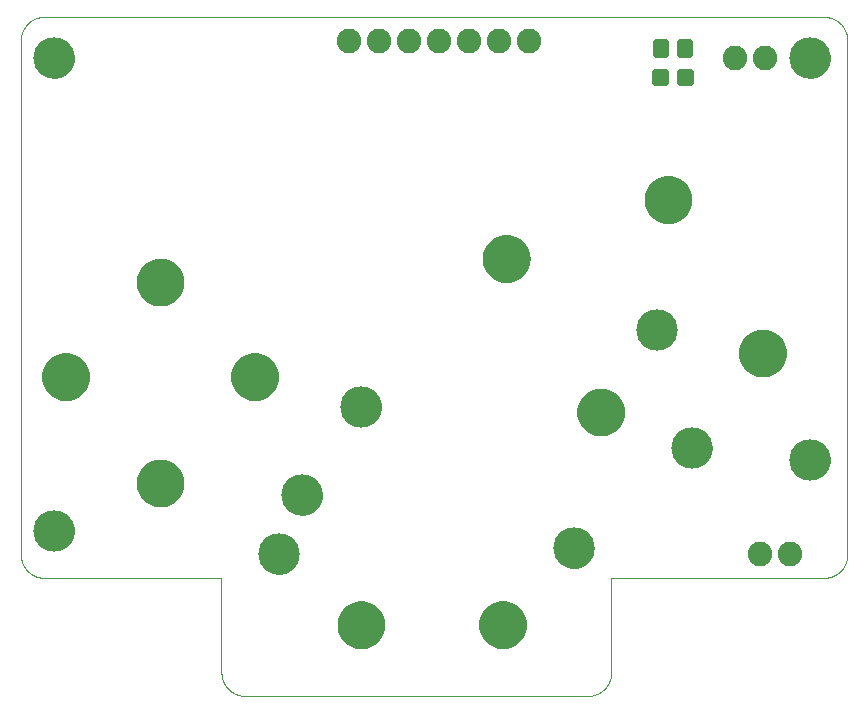
<source format=gts>
G75*
%MOIN*%
%OFA0B0*%
%FSLAX25Y25*%
%IPPOS*%
%LPD*%
%AMOC8*
5,1,8,0,0,1.08239X$1,22.5*
%
%ADD10C,0.00000*%
%ADD11C,0.07874*%
%ADD12C,0.08200*%
%ADD13C,0.13800*%
%ADD14C,0.01898*%
%ADD15C,0.01878*%
D10*
X0010874Y0042870D02*
X0069929Y0042870D01*
X0069929Y0011374D01*
X0069931Y0011184D01*
X0069938Y0010994D01*
X0069950Y0010804D01*
X0069966Y0010614D01*
X0069986Y0010425D01*
X0070012Y0010236D01*
X0070041Y0010048D01*
X0070076Y0009861D01*
X0070115Y0009675D01*
X0070158Y0009490D01*
X0070206Y0009305D01*
X0070258Y0009122D01*
X0070314Y0008941D01*
X0070375Y0008761D01*
X0070441Y0008582D01*
X0070510Y0008405D01*
X0070584Y0008229D01*
X0070662Y0008056D01*
X0070745Y0007884D01*
X0070831Y0007715D01*
X0070921Y0007547D01*
X0071016Y0007382D01*
X0071114Y0007219D01*
X0071217Y0007059D01*
X0071323Y0006901D01*
X0071433Y0006746D01*
X0071546Y0006593D01*
X0071664Y0006443D01*
X0071785Y0006297D01*
X0071909Y0006153D01*
X0072037Y0006012D01*
X0072168Y0005874D01*
X0072303Y0005739D01*
X0072441Y0005608D01*
X0072582Y0005480D01*
X0072726Y0005356D01*
X0072872Y0005235D01*
X0073022Y0005117D01*
X0073175Y0005004D01*
X0073330Y0004894D01*
X0073488Y0004788D01*
X0073648Y0004685D01*
X0073811Y0004587D01*
X0073976Y0004492D01*
X0074144Y0004402D01*
X0074313Y0004316D01*
X0074485Y0004233D01*
X0074658Y0004155D01*
X0074834Y0004081D01*
X0075011Y0004012D01*
X0075190Y0003946D01*
X0075370Y0003885D01*
X0075551Y0003829D01*
X0075734Y0003777D01*
X0075919Y0003729D01*
X0076104Y0003686D01*
X0076290Y0003647D01*
X0076477Y0003612D01*
X0076665Y0003583D01*
X0076854Y0003557D01*
X0077043Y0003537D01*
X0077233Y0003521D01*
X0077423Y0003509D01*
X0077613Y0003502D01*
X0077803Y0003500D01*
X0191976Y0003500D01*
X0192166Y0003502D01*
X0192356Y0003509D01*
X0192546Y0003521D01*
X0192736Y0003537D01*
X0192925Y0003557D01*
X0193114Y0003583D01*
X0193302Y0003612D01*
X0193489Y0003647D01*
X0193675Y0003686D01*
X0193860Y0003729D01*
X0194045Y0003777D01*
X0194228Y0003829D01*
X0194409Y0003885D01*
X0194589Y0003946D01*
X0194768Y0004012D01*
X0194945Y0004081D01*
X0195121Y0004155D01*
X0195294Y0004233D01*
X0195466Y0004316D01*
X0195635Y0004402D01*
X0195803Y0004492D01*
X0195968Y0004587D01*
X0196131Y0004685D01*
X0196291Y0004788D01*
X0196449Y0004894D01*
X0196604Y0005004D01*
X0196757Y0005117D01*
X0196907Y0005235D01*
X0197053Y0005356D01*
X0197197Y0005480D01*
X0197338Y0005608D01*
X0197476Y0005739D01*
X0197611Y0005874D01*
X0197742Y0006012D01*
X0197870Y0006153D01*
X0197994Y0006297D01*
X0198115Y0006443D01*
X0198233Y0006593D01*
X0198346Y0006746D01*
X0198456Y0006901D01*
X0198562Y0007059D01*
X0198665Y0007219D01*
X0198763Y0007382D01*
X0198858Y0007547D01*
X0198948Y0007715D01*
X0199034Y0007884D01*
X0199117Y0008056D01*
X0199195Y0008229D01*
X0199269Y0008405D01*
X0199338Y0008582D01*
X0199404Y0008761D01*
X0199465Y0008941D01*
X0199521Y0009122D01*
X0199573Y0009305D01*
X0199621Y0009490D01*
X0199664Y0009675D01*
X0199703Y0009861D01*
X0199738Y0010048D01*
X0199767Y0010236D01*
X0199793Y0010425D01*
X0199813Y0010614D01*
X0199829Y0010804D01*
X0199841Y0010994D01*
X0199848Y0011184D01*
X0199850Y0011374D01*
X0199850Y0042870D01*
X0270717Y0042870D01*
X0270907Y0042872D01*
X0271097Y0042879D01*
X0271287Y0042891D01*
X0271477Y0042907D01*
X0271666Y0042927D01*
X0271855Y0042953D01*
X0272043Y0042982D01*
X0272230Y0043017D01*
X0272416Y0043056D01*
X0272601Y0043099D01*
X0272786Y0043147D01*
X0272969Y0043199D01*
X0273150Y0043255D01*
X0273330Y0043316D01*
X0273509Y0043382D01*
X0273686Y0043451D01*
X0273862Y0043525D01*
X0274035Y0043603D01*
X0274207Y0043686D01*
X0274376Y0043772D01*
X0274544Y0043862D01*
X0274709Y0043957D01*
X0274872Y0044055D01*
X0275032Y0044158D01*
X0275190Y0044264D01*
X0275345Y0044374D01*
X0275498Y0044487D01*
X0275648Y0044605D01*
X0275794Y0044726D01*
X0275938Y0044850D01*
X0276079Y0044978D01*
X0276217Y0045109D01*
X0276352Y0045244D01*
X0276483Y0045382D01*
X0276611Y0045523D01*
X0276735Y0045667D01*
X0276856Y0045813D01*
X0276974Y0045963D01*
X0277087Y0046116D01*
X0277197Y0046271D01*
X0277303Y0046429D01*
X0277406Y0046589D01*
X0277504Y0046752D01*
X0277599Y0046917D01*
X0277689Y0047085D01*
X0277775Y0047254D01*
X0277858Y0047426D01*
X0277936Y0047599D01*
X0278010Y0047775D01*
X0278079Y0047952D01*
X0278145Y0048131D01*
X0278206Y0048311D01*
X0278262Y0048492D01*
X0278314Y0048675D01*
X0278362Y0048860D01*
X0278405Y0049045D01*
X0278444Y0049231D01*
X0278479Y0049418D01*
X0278508Y0049606D01*
X0278534Y0049795D01*
X0278554Y0049984D01*
X0278570Y0050174D01*
X0278582Y0050364D01*
X0278589Y0050554D01*
X0278591Y0050744D01*
X0278591Y0222004D01*
X0278589Y0222194D01*
X0278582Y0222384D01*
X0278570Y0222574D01*
X0278554Y0222764D01*
X0278534Y0222953D01*
X0278508Y0223142D01*
X0278479Y0223330D01*
X0278444Y0223517D01*
X0278405Y0223703D01*
X0278362Y0223888D01*
X0278314Y0224073D01*
X0278262Y0224256D01*
X0278206Y0224437D01*
X0278145Y0224617D01*
X0278079Y0224796D01*
X0278010Y0224973D01*
X0277936Y0225149D01*
X0277858Y0225322D01*
X0277775Y0225494D01*
X0277689Y0225663D01*
X0277599Y0225831D01*
X0277504Y0225996D01*
X0277406Y0226159D01*
X0277303Y0226319D01*
X0277197Y0226477D01*
X0277087Y0226632D01*
X0276974Y0226785D01*
X0276856Y0226935D01*
X0276735Y0227081D01*
X0276611Y0227225D01*
X0276483Y0227366D01*
X0276352Y0227504D01*
X0276217Y0227639D01*
X0276079Y0227770D01*
X0275938Y0227898D01*
X0275794Y0228022D01*
X0275648Y0228143D01*
X0275498Y0228261D01*
X0275345Y0228374D01*
X0275190Y0228484D01*
X0275032Y0228590D01*
X0274872Y0228693D01*
X0274709Y0228791D01*
X0274544Y0228886D01*
X0274376Y0228976D01*
X0274207Y0229062D01*
X0274035Y0229145D01*
X0273862Y0229223D01*
X0273686Y0229297D01*
X0273509Y0229366D01*
X0273330Y0229432D01*
X0273150Y0229493D01*
X0272969Y0229549D01*
X0272786Y0229601D01*
X0272601Y0229649D01*
X0272416Y0229692D01*
X0272230Y0229731D01*
X0272043Y0229766D01*
X0271855Y0229795D01*
X0271666Y0229821D01*
X0271477Y0229841D01*
X0271287Y0229857D01*
X0271097Y0229869D01*
X0270907Y0229876D01*
X0270717Y0229878D01*
X0010874Y0229878D01*
X0010684Y0229876D01*
X0010494Y0229869D01*
X0010304Y0229857D01*
X0010114Y0229841D01*
X0009925Y0229821D01*
X0009736Y0229795D01*
X0009548Y0229766D01*
X0009361Y0229731D01*
X0009175Y0229692D01*
X0008990Y0229649D01*
X0008805Y0229601D01*
X0008622Y0229549D01*
X0008441Y0229493D01*
X0008261Y0229432D01*
X0008082Y0229366D01*
X0007905Y0229297D01*
X0007729Y0229223D01*
X0007556Y0229145D01*
X0007384Y0229062D01*
X0007215Y0228976D01*
X0007047Y0228886D01*
X0006882Y0228791D01*
X0006719Y0228693D01*
X0006559Y0228590D01*
X0006401Y0228484D01*
X0006246Y0228374D01*
X0006093Y0228261D01*
X0005943Y0228143D01*
X0005797Y0228022D01*
X0005653Y0227898D01*
X0005512Y0227770D01*
X0005374Y0227639D01*
X0005239Y0227504D01*
X0005108Y0227366D01*
X0004980Y0227225D01*
X0004856Y0227081D01*
X0004735Y0226935D01*
X0004617Y0226785D01*
X0004504Y0226632D01*
X0004394Y0226477D01*
X0004288Y0226319D01*
X0004185Y0226159D01*
X0004087Y0225996D01*
X0003992Y0225831D01*
X0003902Y0225663D01*
X0003816Y0225494D01*
X0003733Y0225322D01*
X0003655Y0225149D01*
X0003581Y0224973D01*
X0003512Y0224796D01*
X0003446Y0224617D01*
X0003385Y0224437D01*
X0003329Y0224256D01*
X0003277Y0224073D01*
X0003229Y0223888D01*
X0003186Y0223703D01*
X0003147Y0223517D01*
X0003112Y0223330D01*
X0003083Y0223142D01*
X0003057Y0222953D01*
X0003037Y0222764D01*
X0003021Y0222574D01*
X0003009Y0222384D01*
X0003002Y0222194D01*
X0003000Y0222004D01*
X0003000Y0050744D01*
X0003002Y0050554D01*
X0003009Y0050364D01*
X0003021Y0050174D01*
X0003037Y0049984D01*
X0003057Y0049795D01*
X0003083Y0049606D01*
X0003112Y0049418D01*
X0003147Y0049231D01*
X0003186Y0049045D01*
X0003229Y0048860D01*
X0003277Y0048675D01*
X0003329Y0048492D01*
X0003385Y0048311D01*
X0003446Y0048131D01*
X0003512Y0047952D01*
X0003581Y0047775D01*
X0003655Y0047599D01*
X0003733Y0047426D01*
X0003816Y0047254D01*
X0003902Y0047085D01*
X0003992Y0046917D01*
X0004087Y0046752D01*
X0004185Y0046589D01*
X0004288Y0046429D01*
X0004394Y0046271D01*
X0004504Y0046116D01*
X0004617Y0045963D01*
X0004735Y0045813D01*
X0004856Y0045667D01*
X0004980Y0045523D01*
X0005108Y0045382D01*
X0005239Y0045244D01*
X0005374Y0045109D01*
X0005512Y0044978D01*
X0005653Y0044850D01*
X0005797Y0044726D01*
X0005943Y0044605D01*
X0006093Y0044487D01*
X0006246Y0044374D01*
X0006401Y0044264D01*
X0006559Y0044158D01*
X0006719Y0044055D01*
X0006882Y0043957D01*
X0007047Y0043862D01*
X0007215Y0043772D01*
X0007384Y0043686D01*
X0007556Y0043603D01*
X0007729Y0043525D01*
X0007905Y0043451D01*
X0008082Y0043382D01*
X0008261Y0043316D01*
X0008441Y0043255D01*
X0008622Y0043199D01*
X0008805Y0043147D01*
X0008990Y0043099D01*
X0009175Y0043056D01*
X0009361Y0043017D01*
X0009548Y0042982D01*
X0009736Y0042953D01*
X0009925Y0042927D01*
X0010114Y0042907D01*
X0010304Y0042891D01*
X0010494Y0042879D01*
X0010684Y0042872D01*
X0010874Y0042870D01*
X0007720Y0058618D02*
X0007722Y0058779D01*
X0007728Y0058939D01*
X0007738Y0059100D01*
X0007752Y0059260D01*
X0007770Y0059420D01*
X0007791Y0059579D01*
X0007817Y0059738D01*
X0007847Y0059896D01*
X0007880Y0060053D01*
X0007918Y0060210D01*
X0007959Y0060365D01*
X0008004Y0060519D01*
X0008053Y0060672D01*
X0008106Y0060824D01*
X0008162Y0060975D01*
X0008223Y0061124D01*
X0008286Y0061272D01*
X0008354Y0061418D01*
X0008425Y0061562D01*
X0008499Y0061704D01*
X0008577Y0061845D01*
X0008659Y0061983D01*
X0008744Y0062120D01*
X0008832Y0062254D01*
X0008924Y0062386D01*
X0009019Y0062516D01*
X0009117Y0062644D01*
X0009218Y0062769D01*
X0009322Y0062891D01*
X0009429Y0063011D01*
X0009539Y0063128D01*
X0009652Y0063243D01*
X0009768Y0063354D01*
X0009887Y0063463D01*
X0010008Y0063568D01*
X0010132Y0063671D01*
X0010258Y0063771D01*
X0010386Y0063867D01*
X0010517Y0063960D01*
X0010651Y0064050D01*
X0010786Y0064137D01*
X0010924Y0064220D01*
X0011063Y0064300D01*
X0011205Y0064376D01*
X0011348Y0064449D01*
X0011493Y0064518D01*
X0011640Y0064584D01*
X0011788Y0064646D01*
X0011938Y0064704D01*
X0012089Y0064759D01*
X0012242Y0064810D01*
X0012396Y0064857D01*
X0012551Y0064900D01*
X0012707Y0064939D01*
X0012863Y0064975D01*
X0013021Y0065006D01*
X0013179Y0065034D01*
X0013338Y0065058D01*
X0013498Y0065078D01*
X0013658Y0065094D01*
X0013818Y0065106D01*
X0013979Y0065114D01*
X0014140Y0065118D01*
X0014300Y0065118D01*
X0014461Y0065114D01*
X0014622Y0065106D01*
X0014782Y0065094D01*
X0014942Y0065078D01*
X0015102Y0065058D01*
X0015261Y0065034D01*
X0015419Y0065006D01*
X0015577Y0064975D01*
X0015733Y0064939D01*
X0015889Y0064900D01*
X0016044Y0064857D01*
X0016198Y0064810D01*
X0016351Y0064759D01*
X0016502Y0064704D01*
X0016652Y0064646D01*
X0016800Y0064584D01*
X0016947Y0064518D01*
X0017092Y0064449D01*
X0017235Y0064376D01*
X0017377Y0064300D01*
X0017516Y0064220D01*
X0017654Y0064137D01*
X0017789Y0064050D01*
X0017923Y0063960D01*
X0018054Y0063867D01*
X0018182Y0063771D01*
X0018308Y0063671D01*
X0018432Y0063568D01*
X0018553Y0063463D01*
X0018672Y0063354D01*
X0018788Y0063243D01*
X0018901Y0063128D01*
X0019011Y0063011D01*
X0019118Y0062891D01*
X0019222Y0062769D01*
X0019323Y0062644D01*
X0019421Y0062516D01*
X0019516Y0062386D01*
X0019608Y0062254D01*
X0019696Y0062120D01*
X0019781Y0061983D01*
X0019863Y0061845D01*
X0019941Y0061704D01*
X0020015Y0061562D01*
X0020086Y0061418D01*
X0020154Y0061272D01*
X0020217Y0061124D01*
X0020278Y0060975D01*
X0020334Y0060824D01*
X0020387Y0060672D01*
X0020436Y0060519D01*
X0020481Y0060365D01*
X0020522Y0060210D01*
X0020560Y0060053D01*
X0020593Y0059896D01*
X0020623Y0059738D01*
X0020649Y0059579D01*
X0020670Y0059420D01*
X0020688Y0059260D01*
X0020702Y0059100D01*
X0020712Y0058939D01*
X0020718Y0058779D01*
X0020720Y0058618D01*
X0020718Y0058457D01*
X0020712Y0058297D01*
X0020702Y0058136D01*
X0020688Y0057976D01*
X0020670Y0057816D01*
X0020649Y0057657D01*
X0020623Y0057498D01*
X0020593Y0057340D01*
X0020560Y0057183D01*
X0020522Y0057026D01*
X0020481Y0056871D01*
X0020436Y0056717D01*
X0020387Y0056564D01*
X0020334Y0056412D01*
X0020278Y0056261D01*
X0020217Y0056112D01*
X0020154Y0055964D01*
X0020086Y0055818D01*
X0020015Y0055674D01*
X0019941Y0055532D01*
X0019863Y0055391D01*
X0019781Y0055253D01*
X0019696Y0055116D01*
X0019608Y0054982D01*
X0019516Y0054850D01*
X0019421Y0054720D01*
X0019323Y0054592D01*
X0019222Y0054467D01*
X0019118Y0054345D01*
X0019011Y0054225D01*
X0018901Y0054108D01*
X0018788Y0053993D01*
X0018672Y0053882D01*
X0018553Y0053773D01*
X0018432Y0053668D01*
X0018308Y0053565D01*
X0018182Y0053465D01*
X0018054Y0053369D01*
X0017923Y0053276D01*
X0017789Y0053186D01*
X0017654Y0053099D01*
X0017516Y0053016D01*
X0017377Y0052936D01*
X0017235Y0052860D01*
X0017092Y0052787D01*
X0016947Y0052718D01*
X0016800Y0052652D01*
X0016652Y0052590D01*
X0016502Y0052532D01*
X0016351Y0052477D01*
X0016198Y0052426D01*
X0016044Y0052379D01*
X0015889Y0052336D01*
X0015733Y0052297D01*
X0015577Y0052261D01*
X0015419Y0052230D01*
X0015261Y0052202D01*
X0015102Y0052178D01*
X0014942Y0052158D01*
X0014782Y0052142D01*
X0014622Y0052130D01*
X0014461Y0052122D01*
X0014300Y0052118D01*
X0014140Y0052118D01*
X0013979Y0052122D01*
X0013818Y0052130D01*
X0013658Y0052142D01*
X0013498Y0052158D01*
X0013338Y0052178D01*
X0013179Y0052202D01*
X0013021Y0052230D01*
X0012863Y0052261D01*
X0012707Y0052297D01*
X0012551Y0052336D01*
X0012396Y0052379D01*
X0012242Y0052426D01*
X0012089Y0052477D01*
X0011938Y0052532D01*
X0011788Y0052590D01*
X0011640Y0052652D01*
X0011493Y0052718D01*
X0011348Y0052787D01*
X0011205Y0052860D01*
X0011063Y0052936D01*
X0010924Y0053016D01*
X0010786Y0053099D01*
X0010651Y0053186D01*
X0010517Y0053276D01*
X0010386Y0053369D01*
X0010258Y0053465D01*
X0010132Y0053565D01*
X0010008Y0053668D01*
X0009887Y0053773D01*
X0009768Y0053882D01*
X0009652Y0053993D01*
X0009539Y0054108D01*
X0009429Y0054225D01*
X0009322Y0054345D01*
X0009218Y0054467D01*
X0009117Y0054592D01*
X0009019Y0054720D01*
X0008924Y0054850D01*
X0008832Y0054982D01*
X0008744Y0055116D01*
X0008659Y0055253D01*
X0008577Y0055391D01*
X0008499Y0055532D01*
X0008425Y0055674D01*
X0008354Y0055818D01*
X0008286Y0055964D01*
X0008223Y0056112D01*
X0008162Y0056261D01*
X0008106Y0056412D01*
X0008053Y0056564D01*
X0008004Y0056717D01*
X0007959Y0056871D01*
X0007918Y0057026D01*
X0007880Y0057183D01*
X0007847Y0057340D01*
X0007817Y0057498D01*
X0007791Y0057657D01*
X0007770Y0057816D01*
X0007752Y0057976D01*
X0007738Y0058136D01*
X0007728Y0058297D01*
X0007722Y0058457D01*
X0007720Y0058618D01*
X0082524Y0050744D02*
X0082526Y0050905D01*
X0082532Y0051065D01*
X0082542Y0051226D01*
X0082556Y0051386D01*
X0082574Y0051546D01*
X0082595Y0051705D01*
X0082621Y0051864D01*
X0082651Y0052022D01*
X0082684Y0052179D01*
X0082722Y0052336D01*
X0082763Y0052491D01*
X0082808Y0052645D01*
X0082857Y0052798D01*
X0082910Y0052950D01*
X0082966Y0053101D01*
X0083027Y0053250D01*
X0083090Y0053398D01*
X0083158Y0053544D01*
X0083229Y0053688D01*
X0083303Y0053830D01*
X0083381Y0053971D01*
X0083463Y0054109D01*
X0083548Y0054246D01*
X0083636Y0054380D01*
X0083728Y0054512D01*
X0083823Y0054642D01*
X0083921Y0054770D01*
X0084022Y0054895D01*
X0084126Y0055017D01*
X0084233Y0055137D01*
X0084343Y0055254D01*
X0084456Y0055369D01*
X0084572Y0055480D01*
X0084691Y0055589D01*
X0084812Y0055694D01*
X0084936Y0055797D01*
X0085062Y0055897D01*
X0085190Y0055993D01*
X0085321Y0056086D01*
X0085455Y0056176D01*
X0085590Y0056263D01*
X0085728Y0056346D01*
X0085867Y0056426D01*
X0086009Y0056502D01*
X0086152Y0056575D01*
X0086297Y0056644D01*
X0086444Y0056710D01*
X0086592Y0056772D01*
X0086742Y0056830D01*
X0086893Y0056885D01*
X0087046Y0056936D01*
X0087200Y0056983D01*
X0087355Y0057026D01*
X0087511Y0057065D01*
X0087667Y0057101D01*
X0087825Y0057132D01*
X0087983Y0057160D01*
X0088142Y0057184D01*
X0088302Y0057204D01*
X0088462Y0057220D01*
X0088622Y0057232D01*
X0088783Y0057240D01*
X0088944Y0057244D01*
X0089104Y0057244D01*
X0089265Y0057240D01*
X0089426Y0057232D01*
X0089586Y0057220D01*
X0089746Y0057204D01*
X0089906Y0057184D01*
X0090065Y0057160D01*
X0090223Y0057132D01*
X0090381Y0057101D01*
X0090537Y0057065D01*
X0090693Y0057026D01*
X0090848Y0056983D01*
X0091002Y0056936D01*
X0091155Y0056885D01*
X0091306Y0056830D01*
X0091456Y0056772D01*
X0091604Y0056710D01*
X0091751Y0056644D01*
X0091896Y0056575D01*
X0092039Y0056502D01*
X0092181Y0056426D01*
X0092320Y0056346D01*
X0092458Y0056263D01*
X0092593Y0056176D01*
X0092727Y0056086D01*
X0092858Y0055993D01*
X0092986Y0055897D01*
X0093112Y0055797D01*
X0093236Y0055694D01*
X0093357Y0055589D01*
X0093476Y0055480D01*
X0093592Y0055369D01*
X0093705Y0055254D01*
X0093815Y0055137D01*
X0093922Y0055017D01*
X0094026Y0054895D01*
X0094127Y0054770D01*
X0094225Y0054642D01*
X0094320Y0054512D01*
X0094412Y0054380D01*
X0094500Y0054246D01*
X0094585Y0054109D01*
X0094667Y0053971D01*
X0094745Y0053830D01*
X0094819Y0053688D01*
X0094890Y0053544D01*
X0094958Y0053398D01*
X0095021Y0053250D01*
X0095082Y0053101D01*
X0095138Y0052950D01*
X0095191Y0052798D01*
X0095240Y0052645D01*
X0095285Y0052491D01*
X0095326Y0052336D01*
X0095364Y0052179D01*
X0095397Y0052022D01*
X0095427Y0051864D01*
X0095453Y0051705D01*
X0095474Y0051546D01*
X0095492Y0051386D01*
X0095506Y0051226D01*
X0095516Y0051065D01*
X0095522Y0050905D01*
X0095524Y0050744D01*
X0095522Y0050583D01*
X0095516Y0050423D01*
X0095506Y0050262D01*
X0095492Y0050102D01*
X0095474Y0049942D01*
X0095453Y0049783D01*
X0095427Y0049624D01*
X0095397Y0049466D01*
X0095364Y0049309D01*
X0095326Y0049152D01*
X0095285Y0048997D01*
X0095240Y0048843D01*
X0095191Y0048690D01*
X0095138Y0048538D01*
X0095082Y0048387D01*
X0095021Y0048238D01*
X0094958Y0048090D01*
X0094890Y0047944D01*
X0094819Y0047800D01*
X0094745Y0047658D01*
X0094667Y0047517D01*
X0094585Y0047379D01*
X0094500Y0047242D01*
X0094412Y0047108D01*
X0094320Y0046976D01*
X0094225Y0046846D01*
X0094127Y0046718D01*
X0094026Y0046593D01*
X0093922Y0046471D01*
X0093815Y0046351D01*
X0093705Y0046234D01*
X0093592Y0046119D01*
X0093476Y0046008D01*
X0093357Y0045899D01*
X0093236Y0045794D01*
X0093112Y0045691D01*
X0092986Y0045591D01*
X0092858Y0045495D01*
X0092727Y0045402D01*
X0092593Y0045312D01*
X0092458Y0045225D01*
X0092320Y0045142D01*
X0092181Y0045062D01*
X0092039Y0044986D01*
X0091896Y0044913D01*
X0091751Y0044844D01*
X0091604Y0044778D01*
X0091456Y0044716D01*
X0091306Y0044658D01*
X0091155Y0044603D01*
X0091002Y0044552D01*
X0090848Y0044505D01*
X0090693Y0044462D01*
X0090537Y0044423D01*
X0090381Y0044387D01*
X0090223Y0044356D01*
X0090065Y0044328D01*
X0089906Y0044304D01*
X0089746Y0044284D01*
X0089586Y0044268D01*
X0089426Y0044256D01*
X0089265Y0044248D01*
X0089104Y0044244D01*
X0088944Y0044244D01*
X0088783Y0044248D01*
X0088622Y0044256D01*
X0088462Y0044268D01*
X0088302Y0044284D01*
X0088142Y0044304D01*
X0087983Y0044328D01*
X0087825Y0044356D01*
X0087667Y0044387D01*
X0087511Y0044423D01*
X0087355Y0044462D01*
X0087200Y0044505D01*
X0087046Y0044552D01*
X0086893Y0044603D01*
X0086742Y0044658D01*
X0086592Y0044716D01*
X0086444Y0044778D01*
X0086297Y0044844D01*
X0086152Y0044913D01*
X0086009Y0044986D01*
X0085867Y0045062D01*
X0085728Y0045142D01*
X0085590Y0045225D01*
X0085455Y0045312D01*
X0085321Y0045402D01*
X0085190Y0045495D01*
X0085062Y0045591D01*
X0084936Y0045691D01*
X0084812Y0045794D01*
X0084691Y0045899D01*
X0084572Y0046008D01*
X0084456Y0046119D01*
X0084343Y0046234D01*
X0084233Y0046351D01*
X0084126Y0046471D01*
X0084022Y0046593D01*
X0083921Y0046718D01*
X0083823Y0046846D01*
X0083728Y0046976D01*
X0083636Y0047108D01*
X0083548Y0047242D01*
X0083463Y0047379D01*
X0083381Y0047517D01*
X0083303Y0047658D01*
X0083229Y0047800D01*
X0083158Y0047944D01*
X0083090Y0048090D01*
X0083027Y0048238D01*
X0082966Y0048387D01*
X0082910Y0048538D01*
X0082857Y0048690D01*
X0082808Y0048843D01*
X0082763Y0048997D01*
X0082722Y0049152D01*
X0082684Y0049309D01*
X0082651Y0049466D01*
X0082621Y0049624D01*
X0082595Y0049783D01*
X0082574Y0049942D01*
X0082556Y0050102D01*
X0082542Y0050262D01*
X0082532Y0050423D01*
X0082526Y0050583D01*
X0082524Y0050744D01*
X0090398Y0070429D02*
X0090400Y0070590D01*
X0090406Y0070750D01*
X0090416Y0070911D01*
X0090430Y0071071D01*
X0090448Y0071231D01*
X0090469Y0071390D01*
X0090495Y0071549D01*
X0090525Y0071707D01*
X0090558Y0071864D01*
X0090596Y0072021D01*
X0090637Y0072176D01*
X0090682Y0072330D01*
X0090731Y0072483D01*
X0090784Y0072635D01*
X0090840Y0072786D01*
X0090901Y0072935D01*
X0090964Y0073083D01*
X0091032Y0073229D01*
X0091103Y0073373D01*
X0091177Y0073515D01*
X0091255Y0073656D01*
X0091337Y0073794D01*
X0091422Y0073931D01*
X0091510Y0074065D01*
X0091602Y0074197D01*
X0091697Y0074327D01*
X0091795Y0074455D01*
X0091896Y0074580D01*
X0092000Y0074702D01*
X0092107Y0074822D01*
X0092217Y0074939D01*
X0092330Y0075054D01*
X0092446Y0075165D01*
X0092565Y0075274D01*
X0092686Y0075379D01*
X0092810Y0075482D01*
X0092936Y0075582D01*
X0093064Y0075678D01*
X0093195Y0075771D01*
X0093329Y0075861D01*
X0093464Y0075948D01*
X0093602Y0076031D01*
X0093741Y0076111D01*
X0093883Y0076187D01*
X0094026Y0076260D01*
X0094171Y0076329D01*
X0094318Y0076395D01*
X0094466Y0076457D01*
X0094616Y0076515D01*
X0094767Y0076570D01*
X0094920Y0076621D01*
X0095074Y0076668D01*
X0095229Y0076711D01*
X0095385Y0076750D01*
X0095541Y0076786D01*
X0095699Y0076817D01*
X0095857Y0076845D01*
X0096016Y0076869D01*
X0096176Y0076889D01*
X0096336Y0076905D01*
X0096496Y0076917D01*
X0096657Y0076925D01*
X0096818Y0076929D01*
X0096978Y0076929D01*
X0097139Y0076925D01*
X0097300Y0076917D01*
X0097460Y0076905D01*
X0097620Y0076889D01*
X0097780Y0076869D01*
X0097939Y0076845D01*
X0098097Y0076817D01*
X0098255Y0076786D01*
X0098411Y0076750D01*
X0098567Y0076711D01*
X0098722Y0076668D01*
X0098876Y0076621D01*
X0099029Y0076570D01*
X0099180Y0076515D01*
X0099330Y0076457D01*
X0099478Y0076395D01*
X0099625Y0076329D01*
X0099770Y0076260D01*
X0099913Y0076187D01*
X0100055Y0076111D01*
X0100194Y0076031D01*
X0100332Y0075948D01*
X0100467Y0075861D01*
X0100601Y0075771D01*
X0100732Y0075678D01*
X0100860Y0075582D01*
X0100986Y0075482D01*
X0101110Y0075379D01*
X0101231Y0075274D01*
X0101350Y0075165D01*
X0101466Y0075054D01*
X0101579Y0074939D01*
X0101689Y0074822D01*
X0101796Y0074702D01*
X0101900Y0074580D01*
X0102001Y0074455D01*
X0102099Y0074327D01*
X0102194Y0074197D01*
X0102286Y0074065D01*
X0102374Y0073931D01*
X0102459Y0073794D01*
X0102541Y0073656D01*
X0102619Y0073515D01*
X0102693Y0073373D01*
X0102764Y0073229D01*
X0102832Y0073083D01*
X0102895Y0072935D01*
X0102956Y0072786D01*
X0103012Y0072635D01*
X0103065Y0072483D01*
X0103114Y0072330D01*
X0103159Y0072176D01*
X0103200Y0072021D01*
X0103238Y0071864D01*
X0103271Y0071707D01*
X0103301Y0071549D01*
X0103327Y0071390D01*
X0103348Y0071231D01*
X0103366Y0071071D01*
X0103380Y0070911D01*
X0103390Y0070750D01*
X0103396Y0070590D01*
X0103398Y0070429D01*
X0103396Y0070268D01*
X0103390Y0070108D01*
X0103380Y0069947D01*
X0103366Y0069787D01*
X0103348Y0069627D01*
X0103327Y0069468D01*
X0103301Y0069309D01*
X0103271Y0069151D01*
X0103238Y0068994D01*
X0103200Y0068837D01*
X0103159Y0068682D01*
X0103114Y0068528D01*
X0103065Y0068375D01*
X0103012Y0068223D01*
X0102956Y0068072D01*
X0102895Y0067923D01*
X0102832Y0067775D01*
X0102764Y0067629D01*
X0102693Y0067485D01*
X0102619Y0067343D01*
X0102541Y0067202D01*
X0102459Y0067064D01*
X0102374Y0066927D01*
X0102286Y0066793D01*
X0102194Y0066661D01*
X0102099Y0066531D01*
X0102001Y0066403D01*
X0101900Y0066278D01*
X0101796Y0066156D01*
X0101689Y0066036D01*
X0101579Y0065919D01*
X0101466Y0065804D01*
X0101350Y0065693D01*
X0101231Y0065584D01*
X0101110Y0065479D01*
X0100986Y0065376D01*
X0100860Y0065276D01*
X0100732Y0065180D01*
X0100601Y0065087D01*
X0100467Y0064997D01*
X0100332Y0064910D01*
X0100194Y0064827D01*
X0100055Y0064747D01*
X0099913Y0064671D01*
X0099770Y0064598D01*
X0099625Y0064529D01*
X0099478Y0064463D01*
X0099330Y0064401D01*
X0099180Y0064343D01*
X0099029Y0064288D01*
X0098876Y0064237D01*
X0098722Y0064190D01*
X0098567Y0064147D01*
X0098411Y0064108D01*
X0098255Y0064072D01*
X0098097Y0064041D01*
X0097939Y0064013D01*
X0097780Y0063989D01*
X0097620Y0063969D01*
X0097460Y0063953D01*
X0097300Y0063941D01*
X0097139Y0063933D01*
X0096978Y0063929D01*
X0096818Y0063929D01*
X0096657Y0063933D01*
X0096496Y0063941D01*
X0096336Y0063953D01*
X0096176Y0063969D01*
X0096016Y0063989D01*
X0095857Y0064013D01*
X0095699Y0064041D01*
X0095541Y0064072D01*
X0095385Y0064108D01*
X0095229Y0064147D01*
X0095074Y0064190D01*
X0094920Y0064237D01*
X0094767Y0064288D01*
X0094616Y0064343D01*
X0094466Y0064401D01*
X0094318Y0064463D01*
X0094171Y0064529D01*
X0094026Y0064598D01*
X0093883Y0064671D01*
X0093741Y0064747D01*
X0093602Y0064827D01*
X0093464Y0064910D01*
X0093329Y0064997D01*
X0093195Y0065087D01*
X0093064Y0065180D01*
X0092936Y0065276D01*
X0092810Y0065376D01*
X0092686Y0065479D01*
X0092565Y0065584D01*
X0092446Y0065693D01*
X0092330Y0065804D01*
X0092217Y0065919D01*
X0092107Y0066036D01*
X0092000Y0066156D01*
X0091896Y0066278D01*
X0091795Y0066403D01*
X0091697Y0066531D01*
X0091602Y0066661D01*
X0091510Y0066793D01*
X0091422Y0066927D01*
X0091337Y0067064D01*
X0091255Y0067202D01*
X0091177Y0067343D01*
X0091103Y0067485D01*
X0091032Y0067629D01*
X0090964Y0067775D01*
X0090901Y0067923D01*
X0090840Y0068072D01*
X0090784Y0068223D01*
X0090731Y0068375D01*
X0090682Y0068528D01*
X0090637Y0068682D01*
X0090596Y0068837D01*
X0090558Y0068994D01*
X0090525Y0069151D01*
X0090495Y0069309D01*
X0090469Y0069468D01*
X0090448Y0069627D01*
X0090430Y0069787D01*
X0090416Y0069947D01*
X0090406Y0070108D01*
X0090400Y0070268D01*
X0090398Y0070429D01*
X0110083Y0099957D02*
X0110085Y0100118D01*
X0110091Y0100278D01*
X0110101Y0100439D01*
X0110115Y0100599D01*
X0110133Y0100759D01*
X0110154Y0100918D01*
X0110180Y0101077D01*
X0110210Y0101235D01*
X0110243Y0101392D01*
X0110281Y0101549D01*
X0110322Y0101704D01*
X0110367Y0101858D01*
X0110416Y0102011D01*
X0110469Y0102163D01*
X0110525Y0102314D01*
X0110586Y0102463D01*
X0110649Y0102611D01*
X0110717Y0102757D01*
X0110788Y0102901D01*
X0110862Y0103043D01*
X0110940Y0103184D01*
X0111022Y0103322D01*
X0111107Y0103459D01*
X0111195Y0103593D01*
X0111287Y0103725D01*
X0111382Y0103855D01*
X0111480Y0103983D01*
X0111581Y0104108D01*
X0111685Y0104230D01*
X0111792Y0104350D01*
X0111902Y0104467D01*
X0112015Y0104582D01*
X0112131Y0104693D01*
X0112250Y0104802D01*
X0112371Y0104907D01*
X0112495Y0105010D01*
X0112621Y0105110D01*
X0112749Y0105206D01*
X0112880Y0105299D01*
X0113014Y0105389D01*
X0113149Y0105476D01*
X0113287Y0105559D01*
X0113426Y0105639D01*
X0113568Y0105715D01*
X0113711Y0105788D01*
X0113856Y0105857D01*
X0114003Y0105923D01*
X0114151Y0105985D01*
X0114301Y0106043D01*
X0114452Y0106098D01*
X0114605Y0106149D01*
X0114759Y0106196D01*
X0114914Y0106239D01*
X0115070Y0106278D01*
X0115226Y0106314D01*
X0115384Y0106345D01*
X0115542Y0106373D01*
X0115701Y0106397D01*
X0115861Y0106417D01*
X0116021Y0106433D01*
X0116181Y0106445D01*
X0116342Y0106453D01*
X0116503Y0106457D01*
X0116663Y0106457D01*
X0116824Y0106453D01*
X0116985Y0106445D01*
X0117145Y0106433D01*
X0117305Y0106417D01*
X0117465Y0106397D01*
X0117624Y0106373D01*
X0117782Y0106345D01*
X0117940Y0106314D01*
X0118096Y0106278D01*
X0118252Y0106239D01*
X0118407Y0106196D01*
X0118561Y0106149D01*
X0118714Y0106098D01*
X0118865Y0106043D01*
X0119015Y0105985D01*
X0119163Y0105923D01*
X0119310Y0105857D01*
X0119455Y0105788D01*
X0119598Y0105715D01*
X0119740Y0105639D01*
X0119879Y0105559D01*
X0120017Y0105476D01*
X0120152Y0105389D01*
X0120286Y0105299D01*
X0120417Y0105206D01*
X0120545Y0105110D01*
X0120671Y0105010D01*
X0120795Y0104907D01*
X0120916Y0104802D01*
X0121035Y0104693D01*
X0121151Y0104582D01*
X0121264Y0104467D01*
X0121374Y0104350D01*
X0121481Y0104230D01*
X0121585Y0104108D01*
X0121686Y0103983D01*
X0121784Y0103855D01*
X0121879Y0103725D01*
X0121971Y0103593D01*
X0122059Y0103459D01*
X0122144Y0103322D01*
X0122226Y0103184D01*
X0122304Y0103043D01*
X0122378Y0102901D01*
X0122449Y0102757D01*
X0122517Y0102611D01*
X0122580Y0102463D01*
X0122641Y0102314D01*
X0122697Y0102163D01*
X0122750Y0102011D01*
X0122799Y0101858D01*
X0122844Y0101704D01*
X0122885Y0101549D01*
X0122923Y0101392D01*
X0122956Y0101235D01*
X0122986Y0101077D01*
X0123012Y0100918D01*
X0123033Y0100759D01*
X0123051Y0100599D01*
X0123065Y0100439D01*
X0123075Y0100278D01*
X0123081Y0100118D01*
X0123083Y0099957D01*
X0123081Y0099796D01*
X0123075Y0099636D01*
X0123065Y0099475D01*
X0123051Y0099315D01*
X0123033Y0099155D01*
X0123012Y0098996D01*
X0122986Y0098837D01*
X0122956Y0098679D01*
X0122923Y0098522D01*
X0122885Y0098365D01*
X0122844Y0098210D01*
X0122799Y0098056D01*
X0122750Y0097903D01*
X0122697Y0097751D01*
X0122641Y0097600D01*
X0122580Y0097451D01*
X0122517Y0097303D01*
X0122449Y0097157D01*
X0122378Y0097013D01*
X0122304Y0096871D01*
X0122226Y0096730D01*
X0122144Y0096592D01*
X0122059Y0096455D01*
X0121971Y0096321D01*
X0121879Y0096189D01*
X0121784Y0096059D01*
X0121686Y0095931D01*
X0121585Y0095806D01*
X0121481Y0095684D01*
X0121374Y0095564D01*
X0121264Y0095447D01*
X0121151Y0095332D01*
X0121035Y0095221D01*
X0120916Y0095112D01*
X0120795Y0095007D01*
X0120671Y0094904D01*
X0120545Y0094804D01*
X0120417Y0094708D01*
X0120286Y0094615D01*
X0120152Y0094525D01*
X0120017Y0094438D01*
X0119879Y0094355D01*
X0119740Y0094275D01*
X0119598Y0094199D01*
X0119455Y0094126D01*
X0119310Y0094057D01*
X0119163Y0093991D01*
X0119015Y0093929D01*
X0118865Y0093871D01*
X0118714Y0093816D01*
X0118561Y0093765D01*
X0118407Y0093718D01*
X0118252Y0093675D01*
X0118096Y0093636D01*
X0117940Y0093600D01*
X0117782Y0093569D01*
X0117624Y0093541D01*
X0117465Y0093517D01*
X0117305Y0093497D01*
X0117145Y0093481D01*
X0116985Y0093469D01*
X0116824Y0093461D01*
X0116663Y0093457D01*
X0116503Y0093457D01*
X0116342Y0093461D01*
X0116181Y0093469D01*
X0116021Y0093481D01*
X0115861Y0093497D01*
X0115701Y0093517D01*
X0115542Y0093541D01*
X0115384Y0093569D01*
X0115226Y0093600D01*
X0115070Y0093636D01*
X0114914Y0093675D01*
X0114759Y0093718D01*
X0114605Y0093765D01*
X0114452Y0093816D01*
X0114301Y0093871D01*
X0114151Y0093929D01*
X0114003Y0093991D01*
X0113856Y0094057D01*
X0113711Y0094126D01*
X0113568Y0094199D01*
X0113426Y0094275D01*
X0113287Y0094355D01*
X0113149Y0094438D01*
X0113014Y0094525D01*
X0112880Y0094615D01*
X0112749Y0094708D01*
X0112621Y0094804D01*
X0112495Y0094904D01*
X0112371Y0095007D01*
X0112250Y0095112D01*
X0112131Y0095221D01*
X0112015Y0095332D01*
X0111902Y0095447D01*
X0111792Y0095564D01*
X0111685Y0095684D01*
X0111581Y0095806D01*
X0111480Y0095931D01*
X0111382Y0096059D01*
X0111287Y0096189D01*
X0111195Y0096321D01*
X0111107Y0096455D01*
X0111022Y0096592D01*
X0110940Y0096730D01*
X0110862Y0096871D01*
X0110788Y0097013D01*
X0110717Y0097157D01*
X0110649Y0097303D01*
X0110586Y0097451D01*
X0110525Y0097600D01*
X0110469Y0097751D01*
X0110416Y0097903D01*
X0110367Y0098056D01*
X0110322Y0098210D01*
X0110281Y0098365D01*
X0110243Y0098522D01*
X0110210Y0098679D01*
X0110180Y0098837D01*
X0110154Y0098996D01*
X0110133Y0099155D01*
X0110115Y0099315D01*
X0110101Y0099475D01*
X0110091Y0099636D01*
X0110085Y0099796D01*
X0110083Y0099957D01*
X0180949Y0052713D02*
X0180951Y0052874D01*
X0180957Y0053034D01*
X0180967Y0053195D01*
X0180981Y0053355D01*
X0180999Y0053515D01*
X0181020Y0053674D01*
X0181046Y0053833D01*
X0181076Y0053991D01*
X0181109Y0054148D01*
X0181147Y0054305D01*
X0181188Y0054460D01*
X0181233Y0054614D01*
X0181282Y0054767D01*
X0181335Y0054919D01*
X0181391Y0055070D01*
X0181452Y0055219D01*
X0181515Y0055367D01*
X0181583Y0055513D01*
X0181654Y0055657D01*
X0181728Y0055799D01*
X0181806Y0055940D01*
X0181888Y0056078D01*
X0181973Y0056215D01*
X0182061Y0056349D01*
X0182153Y0056481D01*
X0182248Y0056611D01*
X0182346Y0056739D01*
X0182447Y0056864D01*
X0182551Y0056986D01*
X0182658Y0057106D01*
X0182768Y0057223D01*
X0182881Y0057338D01*
X0182997Y0057449D01*
X0183116Y0057558D01*
X0183237Y0057663D01*
X0183361Y0057766D01*
X0183487Y0057866D01*
X0183615Y0057962D01*
X0183746Y0058055D01*
X0183880Y0058145D01*
X0184015Y0058232D01*
X0184153Y0058315D01*
X0184292Y0058395D01*
X0184434Y0058471D01*
X0184577Y0058544D01*
X0184722Y0058613D01*
X0184869Y0058679D01*
X0185017Y0058741D01*
X0185167Y0058799D01*
X0185318Y0058854D01*
X0185471Y0058905D01*
X0185625Y0058952D01*
X0185780Y0058995D01*
X0185936Y0059034D01*
X0186092Y0059070D01*
X0186250Y0059101D01*
X0186408Y0059129D01*
X0186567Y0059153D01*
X0186727Y0059173D01*
X0186887Y0059189D01*
X0187047Y0059201D01*
X0187208Y0059209D01*
X0187369Y0059213D01*
X0187529Y0059213D01*
X0187690Y0059209D01*
X0187851Y0059201D01*
X0188011Y0059189D01*
X0188171Y0059173D01*
X0188331Y0059153D01*
X0188490Y0059129D01*
X0188648Y0059101D01*
X0188806Y0059070D01*
X0188962Y0059034D01*
X0189118Y0058995D01*
X0189273Y0058952D01*
X0189427Y0058905D01*
X0189580Y0058854D01*
X0189731Y0058799D01*
X0189881Y0058741D01*
X0190029Y0058679D01*
X0190176Y0058613D01*
X0190321Y0058544D01*
X0190464Y0058471D01*
X0190606Y0058395D01*
X0190745Y0058315D01*
X0190883Y0058232D01*
X0191018Y0058145D01*
X0191152Y0058055D01*
X0191283Y0057962D01*
X0191411Y0057866D01*
X0191537Y0057766D01*
X0191661Y0057663D01*
X0191782Y0057558D01*
X0191901Y0057449D01*
X0192017Y0057338D01*
X0192130Y0057223D01*
X0192240Y0057106D01*
X0192347Y0056986D01*
X0192451Y0056864D01*
X0192552Y0056739D01*
X0192650Y0056611D01*
X0192745Y0056481D01*
X0192837Y0056349D01*
X0192925Y0056215D01*
X0193010Y0056078D01*
X0193092Y0055940D01*
X0193170Y0055799D01*
X0193244Y0055657D01*
X0193315Y0055513D01*
X0193383Y0055367D01*
X0193446Y0055219D01*
X0193507Y0055070D01*
X0193563Y0054919D01*
X0193616Y0054767D01*
X0193665Y0054614D01*
X0193710Y0054460D01*
X0193751Y0054305D01*
X0193789Y0054148D01*
X0193822Y0053991D01*
X0193852Y0053833D01*
X0193878Y0053674D01*
X0193899Y0053515D01*
X0193917Y0053355D01*
X0193931Y0053195D01*
X0193941Y0053034D01*
X0193947Y0052874D01*
X0193949Y0052713D01*
X0193947Y0052552D01*
X0193941Y0052392D01*
X0193931Y0052231D01*
X0193917Y0052071D01*
X0193899Y0051911D01*
X0193878Y0051752D01*
X0193852Y0051593D01*
X0193822Y0051435D01*
X0193789Y0051278D01*
X0193751Y0051121D01*
X0193710Y0050966D01*
X0193665Y0050812D01*
X0193616Y0050659D01*
X0193563Y0050507D01*
X0193507Y0050356D01*
X0193446Y0050207D01*
X0193383Y0050059D01*
X0193315Y0049913D01*
X0193244Y0049769D01*
X0193170Y0049627D01*
X0193092Y0049486D01*
X0193010Y0049348D01*
X0192925Y0049211D01*
X0192837Y0049077D01*
X0192745Y0048945D01*
X0192650Y0048815D01*
X0192552Y0048687D01*
X0192451Y0048562D01*
X0192347Y0048440D01*
X0192240Y0048320D01*
X0192130Y0048203D01*
X0192017Y0048088D01*
X0191901Y0047977D01*
X0191782Y0047868D01*
X0191661Y0047763D01*
X0191537Y0047660D01*
X0191411Y0047560D01*
X0191283Y0047464D01*
X0191152Y0047371D01*
X0191018Y0047281D01*
X0190883Y0047194D01*
X0190745Y0047111D01*
X0190606Y0047031D01*
X0190464Y0046955D01*
X0190321Y0046882D01*
X0190176Y0046813D01*
X0190029Y0046747D01*
X0189881Y0046685D01*
X0189731Y0046627D01*
X0189580Y0046572D01*
X0189427Y0046521D01*
X0189273Y0046474D01*
X0189118Y0046431D01*
X0188962Y0046392D01*
X0188806Y0046356D01*
X0188648Y0046325D01*
X0188490Y0046297D01*
X0188331Y0046273D01*
X0188171Y0046253D01*
X0188011Y0046237D01*
X0187851Y0046225D01*
X0187690Y0046217D01*
X0187529Y0046213D01*
X0187369Y0046213D01*
X0187208Y0046217D01*
X0187047Y0046225D01*
X0186887Y0046237D01*
X0186727Y0046253D01*
X0186567Y0046273D01*
X0186408Y0046297D01*
X0186250Y0046325D01*
X0186092Y0046356D01*
X0185936Y0046392D01*
X0185780Y0046431D01*
X0185625Y0046474D01*
X0185471Y0046521D01*
X0185318Y0046572D01*
X0185167Y0046627D01*
X0185017Y0046685D01*
X0184869Y0046747D01*
X0184722Y0046813D01*
X0184577Y0046882D01*
X0184434Y0046955D01*
X0184292Y0047031D01*
X0184153Y0047111D01*
X0184015Y0047194D01*
X0183880Y0047281D01*
X0183746Y0047371D01*
X0183615Y0047464D01*
X0183487Y0047560D01*
X0183361Y0047660D01*
X0183237Y0047763D01*
X0183116Y0047868D01*
X0182997Y0047977D01*
X0182881Y0048088D01*
X0182768Y0048203D01*
X0182658Y0048320D01*
X0182551Y0048440D01*
X0182447Y0048562D01*
X0182346Y0048687D01*
X0182248Y0048815D01*
X0182153Y0048945D01*
X0182061Y0049077D01*
X0181973Y0049211D01*
X0181888Y0049348D01*
X0181806Y0049486D01*
X0181728Y0049627D01*
X0181654Y0049769D01*
X0181583Y0049913D01*
X0181515Y0050059D01*
X0181452Y0050207D01*
X0181391Y0050356D01*
X0181335Y0050507D01*
X0181282Y0050659D01*
X0181233Y0050812D01*
X0181188Y0050966D01*
X0181147Y0051121D01*
X0181109Y0051278D01*
X0181076Y0051435D01*
X0181046Y0051593D01*
X0181020Y0051752D01*
X0180999Y0051911D01*
X0180981Y0052071D01*
X0180967Y0052231D01*
X0180957Y0052392D01*
X0180951Y0052552D01*
X0180949Y0052713D01*
X0220319Y0086177D02*
X0220321Y0086338D01*
X0220327Y0086498D01*
X0220337Y0086659D01*
X0220351Y0086819D01*
X0220369Y0086979D01*
X0220390Y0087138D01*
X0220416Y0087297D01*
X0220446Y0087455D01*
X0220479Y0087612D01*
X0220517Y0087769D01*
X0220558Y0087924D01*
X0220603Y0088078D01*
X0220652Y0088231D01*
X0220705Y0088383D01*
X0220761Y0088534D01*
X0220822Y0088683D01*
X0220885Y0088831D01*
X0220953Y0088977D01*
X0221024Y0089121D01*
X0221098Y0089263D01*
X0221176Y0089404D01*
X0221258Y0089542D01*
X0221343Y0089679D01*
X0221431Y0089813D01*
X0221523Y0089945D01*
X0221618Y0090075D01*
X0221716Y0090203D01*
X0221817Y0090328D01*
X0221921Y0090450D01*
X0222028Y0090570D01*
X0222138Y0090687D01*
X0222251Y0090802D01*
X0222367Y0090913D01*
X0222486Y0091022D01*
X0222607Y0091127D01*
X0222731Y0091230D01*
X0222857Y0091330D01*
X0222985Y0091426D01*
X0223116Y0091519D01*
X0223250Y0091609D01*
X0223385Y0091696D01*
X0223523Y0091779D01*
X0223662Y0091859D01*
X0223804Y0091935D01*
X0223947Y0092008D01*
X0224092Y0092077D01*
X0224239Y0092143D01*
X0224387Y0092205D01*
X0224537Y0092263D01*
X0224688Y0092318D01*
X0224841Y0092369D01*
X0224995Y0092416D01*
X0225150Y0092459D01*
X0225306Y0092498D01*
X0225462Y0092534D01*
X0225620Y0092565D01*
X0225778Y0092593D01*
X0225937Y0092617D01*
X0226097Y0092637D01*
X0226257Y0092653D01*
X0226417Y0092665D01*
X0226578Y0092673D01*
X0226739Y0092677D01*
X0226899Y0092677D01*
X0227060Y0092673D01*
X0227221Y0092665D01*
X0227381Y0092653D01*
X0227541Y0092637D01*
X0227701Y0092617D01*
X0227860Y0092593D01*
X0228018Y0092565D01*
X0228176Y0092534D01*
X0228332Y0092498D01*
X0228488Y0092459D01*
X0228643Y0092416D01*
X0228797Y0092369D01*
X0228950Y0092318D01*
X0229101Y0092263D01*
X0229251Y0092205D01*
X0229399Y0092143D01*
X0229546Y0092077D01*
X0229691Y0092008D01*
X0229834Y0091935D01*
X0229976Y0091859D01*
X0230115Y0091779D01*
X0230253Y0091696D01*
X0230388Y0091609D01*
X0230522Y0091519D01*
X0230653Y0091426D01*
X0230781Y0091330D01*
X0230907Y0091230D01*
X0231031Y0091127D01*
X0231152Y0091022D01*
X0231271Y0090913D01*
X0231387Y0090802D01*
X0231500Y0090687D01*
X0231610Y0090570D01*
X0231717Y0090450D01*
X0231821Y0090328D01*
X0231922Y0090203D01*
X0232020Y0090075D01*
X0232115Y0089945D01*
X0232207Y0089813D01*
X0232295Y0089679D01*
X0232380Y0089542D01*
X0232462Y0089404D01*
X0232540Y0089263D01*
X0232614Y0089121D01*
X0232685Y0088977D01*
X0232753Y0088831D01*
X0232816Y0088683D01*
X0232877Y0088534D01*
X0232933Y0088383D01*
X0232986Y0088231D01*
X0233035Y0088078D01*
X0233080Y0087924D01*
X0233121Y0087769D01*
X0233159Y0087612D01*
X0233192Y0087455D01*
X0233222Y0087297D01*
X0233248Y0087138D01*
X0233269Y0086979D01*
X0233287Y0086819D01*
X0233301Y0086659D01*
X0233311Y0086498D01*
X0233317Y0086338D01*
X0233319Y0086177D01*
X0233317Y0086016D01*
X0233311Y0085856D01*
X0233301Y0085695D01*
X0233287Y0085535D01*
X0233269Y0085375D01*
X0233248Y0085216D01*
X0233222Y0085057D01*
X0233192Y0084899D01*
X0233159Y0084742D01*
X0233121Y0084585D01*
X0233080Y0084430D01*
X0233035Y0084276D01*
X0232986Y0084123D01*
X0232933Y0083971D01*
X0232877Y0083820D01*
X0232816Y0083671D01*
X0232753Y0083523D01*
X0232685Y0083377D01*
X0232614Y0083233D01*
X0232540Y0083091D01*
X0232462Y0082950D01*
X0232380Y0082812D01*
X0232295Y0082675D01*
X0232207Y0082541D01*
X0232115Y0082409D01*
X0232020Y0082279D01*
X0231922Y0082151D01*
X0231821Y0082026D01*
X0231717Y0081904D01*
X0231610Y0081784D01*
X0231500Y0081667D01*
X0231387Y0081552D01*
X0231271Y0081441D01*
X0231152Y0081332D01*
X0231031Y0081227D01*
X0230907Y0081124D01*
X0230781Y0081024D01*
X0230653Y0080928D01*
X0230522Y0080835D01*
X0230388Y0080745D01*
X0230253Y0080658D01*
X0230115Y0080575D01*
X0229976Y0080495D01*
X0229834Y0080419D01*
X0229691Y0080346D01*
X0229546Y0080277D01*
X0229399Y0080211D01*
X0229251Y0080149D01*
X0229101Y0080091D01*
X0228950Y0080036D01*
X0228797Y0079985D01*
X0228643Y0079938D01*
X0228488Y0079895D01*
X0228332Y0079856D01*
X0228176Y0079820D01*
X0228018Y0079789D01*
X0227860Y0079761D01*
X0227701Y0079737D01*
X0227541Y0079717D01*
X0227381Y0079701D01*
X0227221Y0079689D01*
X0227060Y0079681D01*
X0226899Y0079677D01*
X0226739Y0079677D01*
X0226578Y0079681D01*
X0226417Y0079689D01*
X0226257Y0079701D01*
X0226097Y0079717D01*
X0225937Y0079737D01*
X0225778Y0079761D01*
X0225620Y0079789D01*
X0225462Y0079820D01*
X0225306Y0079856D01*
X0225150Y0079895D01*
X0224995Y0079938D01*
X0224841Y0079985D01*
X0224688Y0080036D01*
X0224537Y0080091D01*
X0224387Y0080149D01*
X0224239Y0080211D01*
X0224092Y0080277D01*
X0223947Y0080346D01*
X0223804Y0080419D01*
X0223662Y0080495D01*
X0223523Y0080575D01*
X0223385Y0080658D01*
X0223250Y0080745D01*
X0223116Y0080835D01*
X0222985Y0080928D01*
X0222857Y0081024D01*
X0222731Y0081124D01*
X0222607Y0081227D01*
X0222486Y0081332D01*
X0222367Y0081441D01*
X0222251Y0081552D01*
X0222138Y0081667D01*
X0222028Y0081784D01*
X0221921Y0081904D01*
X0221817Y0082026D01*
X0221716Y0082151D01*
X0221618Y0082279D01*
X0221523Y0082409D01*
X0221431Y0082541D01*
X0221343Y0082675D01*
X0221258Y0082812D01*
X0221176Y0082950D01*
X0221098Y0083091D01*
X0221024Y0083233D01*
X0220953Y0083377D01*
X0220885Y0083523D01*
X0220822Y0083671D01*
X0220761Y0083820D01*
X0220705Y0083971D01*
X0220652Y0084123D01*
X0220603Y0084276D01*
X0220558Y0084430D01*
X0220517Y0084585D01*
X0220479Y0084742D01*
X0220446Y0084899D01*
X0220416Y0085057D01*
X0220390Y0085216D01*
X0220369Y0085375D01*
X0220351Y0085535D01*
X0220337Y0085695D01*
X0220327Y0085856D01*
X0220321Y0086016D01*
X0220319Y0086177D01*
X0208508Y0125547D02*
X0208510Y0125708D01*
X0208516Y0125868D01*
X0208526Y0126029D01*
X0208540Y0126189D01*
X0208558Y0126349D01*
X0208579Y0126508D01*
X0208605Y0126667D01*
X0208635Y0126825D01*
X0208668Y0126982D01*
X0208706Y0127139D01*
X0208747Y0127294D01*
X0208792Y0127448D01*
X0208841Y0127601D01*
X0208894Y0127753D01*
X0208950Y0127904D01*
X0209011Y0128053D01*
X0209074Y0128201D01*
X0209142Y0128347D01*
X0209213Y0128491D01*
X0209287Y0128633D01*
X0209365Y0128774D01*
X0209447Y0128912D01*
X0209532Y0129049D01*
X0209620Y0129183D01*
X0209712Y0129315D01*
X0209807Y0129445D01*
X0209905Y0129573D01*
X0210006Y0129698D01*
X0210110Y0129820D01*
X0210217Y0129940D01*
X0210327Y0130057D01*
X0210440Y0130172D01*
X0210556Y0130283D01*
X0210675Y0130392D01*
X0210796Y0130497D01*
X0210920Y0130600D01*
X0211046Y0130700D01*
X0211174Y0130796D01*
X0211305Y0130889D01*
X0211439Y0130979D01*
X0211574Y0131066D01*
X0211712Y0131149D01*
X0211851Y0131229D01*
X0211993Y0131305D01*
X0212136Y0131378D01*
X0212281Y0131447D01*
X0212428Y0131513D01*
X0212576Y0131575D01*
X0212726Y0131633D01*
X0212877Y0131688D01*
X0213030Y0131739D01*
X0213184Y0131786D01*
X0213339Y0131829D01*
X0213495Y0131868D01*
X0213651Y0131904D01*
X0213809Y0131935D01*
X0213967Y0131963D01*
X0214126Y0131987D01*
X0214286Y0132007D01*
X0214446Y0132023D01*
X0214606Y0132035D01*
X0214767Y0132043D01*
X0214928Y0132047D01*
X0215088Y0132047D01*
X0215249Y0132043D01*
X0215410Y0132035D01*
X0215570Y0132023D01*
X0215730Y0132007D01*
X0215890Y0131987D01*
X0216049Y0131963D01*
X0216207Y0131935D01*
X0216365Y0131904D01*
X0216521Y0131868D01*
X0216677Y0131829D01*
X0216832Y0131786D01*
X0216986Y0131739D01*
X0217139Y0131688D01*
X0217290Y0131633D01*
X0217440Y0131575D01*
X0217588Y0131513D01*
X0217735Y0131447D01*
X0217880Y0131378D01*
X0218023Y0131305D01*
X0218165Y0131229D01*
X0218304Y0131149D01*
X0218442Y0131066D01*
X0218577Y0130979D01*
X0218711Y0130889D01*
X0218842Y0130796D01*
X0218970Y0130700D01*
X0219096Y0130600D01*
X0219220Y0130497D01*
X0219341Y0130392D01*
X0219460Y0130283D01*
X0219576Y0130172D01*
X0219689Y0130057D01*
X0219799Y0129940D01*
X0219906Y0129820D01*
X0220010Y0129698D01*
X0220111Y0129573D01*
X0220209Y0129445D01*
X0220304Y0129315D01*
X0220396Y0129183D01*
X0220484Y0129049D01*
X0220569Y0128912D01*
X0220651Y0128774D01*
X0220729Y0128633D01*
X0220803Y0128491D01*
X0220874Y0128347D01*
X0220942Y0128201D01*
X0221005Y0128053D01*
X0221066Y0127904D01*
X0221122Y0127753D01*
X0221175Y0127601D01*
X0221224Y0127448D01*
X0221269Y0127294D01*
X0221310Y0127139D01*
X0221348Y0126982D01*
X0221381Y0126825D01*
X0221411Y0126667D01*
X0221437Y0126508D01*
X0221458Y0126349D01*
X0221476Y0126189D01*
X0221490Y0126029D01*
X0221500Y0125868D01*
X0221506Y0125708D01*
X0221508Y0125547D01*
X0221506Y0125386D01*
X0221500Y0125226D01*
X0221490Y0125065D01*
X0221476Y0124905D01*
X0221458Y0124745D01*
X0221437Y0124586D01*
X0221411Y0124427D01*
X0221381Y0124269D01*
X0221348Y0124112D01*
X0221310Y0123955D01*
X0221269Y0123800D01*
X0221224Y0123646D01*
X0221175Y0123493D01*
X0221122Y0123341D01*
X0221066Y0123190D01*
X0221005Y0123041D01*
X0220942Y0122893D01*
X0220874Y0122747D01*
X0220803Y0122603D01*
X0220729Y0122461D01*
X0220651Y0122320D01*
X0220569Y0122182D01*
X0220484Y0122045D01*
X0220396Y0121911D01*
X0220304Y0121779D01*
X0220209Y0121649D01*
X0220111Y0121521D01*
X0220010Y0121396D01*
X0219906Y0121274D01*
X0219799Y0121154D01*
X0219689Y0121037D01*
X0219576Y0120922D01*
X0219460Y0120811D01*
X0219341Y0120702D01*
X0219220Y0120597D01*
X0219096Y0120494D01*
X0218970Y0120394D01*
X0218842Y0120298D01*
X0218711Y0120205D01*
X0218577Y0120115D01*
X0218442Y0120028D01*
X0218304Y0119945D01*
X0218165Y0119865D01*
X0218023Y0119789D01*
X0217880Y0119716D01*
X0217735Y0119647D01*
X0217588Y0119581D01*
X0217440Y0119519D01*
X0217290Y0119461D01*
X0217139Y0119406D01*
X0216986Y0119355D01*
X0216832Y0119308D01*
X0216677Y0119265D01*
X0216521Y0119226D01*
X0216365Y0119190D01*
X0216207Y0119159D01*
X0216049Y0119131D01*
X0215890Y0119107D01*
X0215730Y0119087D01*
X0215570Y0119071D01*
X0215410Y0119059D01*
X0215249Y0119051D01*
X0215088Y0119047D01*
X0214928Y0119047D01*
X0214767Y0119051D01*
X0214606Y0119059D01*
X0214446Y0119071D01*
X0214286Y0119087D01*
X0214126Y0119107D01*
X0213967Y0119131D01*
X0213809Y0119159D01*
X0213651Y0119190D01*
X0213495Y0119226D01*
X0213339Y0119265D01*
X0213184Y0119308D01*
X0213030Y0119355D01*
X0212877Y0119406D01*
X0212726Y0119461D01*
X0212576Y0119519D01*
X0212428Y0119581D01*
X0212281Y0119647D01*
X0212136Y0119716D01*
X0211993Y0119789D01*
X0211851Y0119865D01*
X0211712Y0119945D01*
X0211574Y0120028D01*
X0211439Y0120115D01*
X0211305Y0120205D01*
X0211174Y0120298D01*
X0211046Y0120394D01*
X0210920Y0120494D01*
X0210796Y0120597D01*
X0210675Y0120702D01*
X0210556Y0120811D01*
X0210440Y0120922D01*
X0210327Y0121037D01*
X0210217Y0121154D01*
X0210110Y0121274D01*
X0210006Y0121396D01*
X0209905Y0121521D01*
X0209807Y0121649D01*
X0209712Y0121779D01*
X0209620Y0121911D01*
X0209532Y0122045D01*
X0209447Y0122182D01*
X0209365Y0122320D01*
X0209287Y0122461D01*
X0209213Y0122603D01*
X0209142Y0122747D01*
X0209074Y0122893D01*
X0209011Y0123041D01*
X0208950Y0123190D01*
X0208894Y0123341D01*
X0208841Y0123493D01*
X0208792Y0123646D01*
X0208747Y0123800D01*
X0208706Y0123955D01*
X0208668Y0124112D01*
X0208635Y0124269D01*
X0208605Y0124427D01*
X0208579Y0124586D01*
X0208558Y0124745D01*
X0208540Y0124905D01*
X0208526Y0125065D01*
X0208516Y0125226D01*
X0208510Y0125386D01*
X0208508Y0125547D01*
X0259689Y0082240D02*
X0259691Y0082401D01*
X0259697Y0082561D01*
X0259707Y0082722D01*
X0259721Y0082882D01*
X0259739Y0083042D01*
X0259760Y0083201D01*
X0259786Y0083360D01*
X0259816Y0083518D01*
X0259849Y0083675D01*
X0259887Y0083832D01*
X0259928Y0083987D01*
X0259973Y0084141D01*
X0260022Y0084294D01*
X0260075Y0084446D01*
X0260131Y0084597D01*
X0260192Y0084746D01*
X0260255Y0084894D01*
X0260323Y0085040D01*
X0260394Y0085184D01*
X0260468Y0085326D01*
X0260546Y0085467D01*
X0260628Y0085605D01*
X0260713Y0085742D01*
X0260801Y0085876D01*
X0260893Y0086008D01*
X0260988Y0086138D01*
X0261086Y0086266D01*
X0261187Y0086391D01*
X0261291Y0086513D01*
X0261398Y0086633D01*
X0261508Y0086750D01*
X0261621Y0086865D01*
X0261737Y0086976D01*
X0261856Y0087085D01*
X0261977Y0087190D01*
X0262101Y0087293D01*
X0262227Y0087393D01*
X0262355Y0087489D01*
X0262486Y0087582D01*
X0262620Y0087672D01*
X0262755Y0087759D01*
X0262893Y0087842D01*
X0263032Y0087922D01*
X0263174Y0087998D01*
X0263317Y0088071D01*
X0263462Y0088140D01*
X0263609Y0088206D01*
X0263757Y0088268D01*
X0263907Y0088326D01*
X0264058Y0088381D01*
X0264211Y0088432D01*
X0264365Y0088479D01*
X0264520Y0088522D01*
X0264676Y0088561D01*
X0264832Y0088597D01*
X0264990Y0088628D01*
X0265148Y0088656D01*
X0265307Y0088680D01*
X0265467Y0088700D01*
X0265627Y0088716D01*
X0265787Y0088728D01*
X0265948Y0088736D01*
X0266109Y0088740D01*
X0266269Y0088740D01*
X0266430Y0088736D01*
X0266591Y0088728D01*
X0266751Y0088716D01*
X0266911Y0088700D01*
X0267071Y0088680D01*
X0267230Y0088656D01*
X0267388Y0088628D01*
X0267546Y0088597D01*
X0267702Y0088561D01*
X0267858Y0088522D01*
X0268013Y0088479D01*
X0268167Y0088432D01*
X0268320Y0088381D01*
X0268471Y0088326D01*
X0268621Y0088268D01*
X0268769Y0088206D01*
X0268916Y0088140D01*
X0269061Y0088071D01*
X0269204Y0087998D01*
X0269346Y0087922D01*
X0269485Y0087842D01*
X0269623Y0087759D01*
X0269758Y0087672D01*
X0269892Y0087582D01*
X0270023Y0087489D01*
X0270151Y0087393D01*
X0270277Y0087293D01*
X0270401Y0087190D01*
X0270522Y0087085D01*
X0270641Y0086976D01*
X0270757Y0086865D01*
X0270870Y0086750D01*
X0270980Y0086633D01*
X0271087Y0086513D01*
X0271191Y0086391D01*
X0271292Y0086266D01*
X0271390Y0086138D01*
X0271485Y0086008D01*
X0271577Y0085876D01*
X0271665Y0085742D01*
X0271750Y0085605D01*
X0271832Y0085467D01*
X0271910Y0085326D01*
X0271984Y0085184D01*
X0272055Y0085040D01*
X0272123Y0084894D01*
X0272186Y0084746D01*
X0272247Y0084597D01*
X0272303Y0084446D01*
X0272356Y0084294D01*
X0272405Y0084141D01*
X0272450Y0083987D01*
X0272491Y0083832D01*
X0272529Y0083675D01*
X0272562Y0083518D01*
X0272592Y0083360D01*
X0272618Y0083201D01*
X0272639Y0083042D01*
X0272657Y0082882D01*
X0272671Y0082722D01*
X0272681Y0082561D01*
X0272687Y0082401D01*
X0272689Y0082240D01*
X0272687Y0082079D01*
X0272681Y0081919D01*
X0272671Y0081758D01*
X0272657Y0081598D01*
X0272639Y0081438D01*
X0272618Y0081279D01*
X0272592Y0081120D01*
X0272562Y0080962D01*
X0272529Y0080805D01*
X0272491Y0080648D01*
X0272450Y0080493D01*
X0272405Y0080339D01*
X0272356Y0080186D01*
X0272303Y0080034D01*
X0272247Y0079883D01*
X0272186Y0079734D01*
X0272123Y0079586D01*
X0272055Y0079440D01*
X0271984Y0079296D01*
X0271910Y0079154D01*
X0271832Y0079013D01*
X0271750Y0078875D01*
X0271665Y0078738D01*
X0271577Y0078604D01*
X0271485Y0078472D01*
X0271390Y0078342D01*
X0271292Y0078214D01*
X0271191Y0078089D01*
X0271087Y0077967D01*
X0270980Y0077847D01*
X0270870Y0077730D01*
X0270757Y0077615D01*
X0270641Y0077504D01*
X0270522Y0077395D01*
X0270401Y0077290D01*
X0270277Y0077187D01*
X0270151Y0077087D01*
X0270023Y0076991D01*
X0269892Y0076898D01*
X0269758Y0076808D01*
X0269623Y0076721D01*
X0269485Y0076638D01*
X0269346Y0076558D01*
X0269204Y0076482D01*
X0269061Y0076409D01*
X0268916Y0076340D01*
X0268769Y0076274D01*
X0268621Y0076212D01*
X0268471Y0076154D01*
X0268320Y0076099D01*
X0268167Y0076048D01*
X0268013Y0076001D01*
X0267858Y0075958D01*
X0267702Y0075919D01*
X0267546Y0075883D01*
X0267388Y0075852D01*
X0267230Y0075824D01*
X0267071Y0075800D01*
X0266911Y0075780D01*
X0266751Y0075764D01*
X0266591Y0075752D01*
X0266430Y0075744D01*
X0266269Y0075740D01*
X0266109Y0075740D01*
X0265948Y0075744D01*
X0265787Y0075752D01*
X0265627Y0075764D01*
X0265467Y0075780D01*
X0265307Y0075800D01*
X0265148Y0075824D01*
X0264990Y0075852D01*
X0264832Y0075883D01*
X0264676Y0075919D01*
X0264520Y0075958D01*
X0264365Y0076001D01*
X0264211Y0076048D01*
X0264058Y0076099D01*
X0263907Y0076154D01*
X0263757Y0076212D01*
X0263609Y0076274D01*
X0263462Y0076340D01*
X0263317Y0076409D01*
X0263174Y0076482D01*
X0263032Y0076558D01*
X0262893Y0076638D01*
X0262755Y0076721D01*
X0262620Y0076808D01*
X0262486Y0076898D01*
X0262355Y0076991D01*
X0262227Y0077087D01*
X0262101Y0077187D01*
X0261977Y0077290D01*
X0261856Y0077395D01*
X0261737Y0077504D01*
X0261621Y0077615D01*
X0261508Y0077730D01*
X0261398Y0077847D01*
X0261291Y0077967D01*
X0261187Y0078089D01*
X0261086Y0078214D01*
X0260988Y0078342D01*
X0260893Y0078472D01*
X0260801Y0078604D01*
X0260713Y0078738D01*
X0260628Y0078875D01*
X0260546Y0079013D01*
X0260468Y0079154D01*
X0260394Y0079296D01*
X0260323Y0079440D01*
X0260255Y0079586D01*
X0260192Y0079734D01*
X0260131Y0079883D01*
X0260075Y0080034D01*
X0260022Y0080186D01*
X0259973Y0080339D01*
X0259928Y0080493D01*
X0259887Y0080648D01*
X0259849Y0080805D01*
X0259816Y0080962D01*
X0259786Y0081120D01*
X0259760Y0081279D01*
X0259739Y0081438D01*
X0259721Y0081598D01*
X0259707Y0081758D01*
X0259697Y0081919D01*
X0259691Y0082079D01*
X0259689Y0082240D01*
X0259689Y0216098D02*
X0259691Y0216259D01*
X0259697Y0216419D01*
X0259707Y0216580D01*
X0259721Y0216740D01*
X0259739Y0216900D01*
X0259760Y0217059D01*
X0259786Y0217218D01*
X0259816Y0217376D01*
X0259849Y0217533D01*
X0259887Y0217690D01*
X0259928Y0217845D01*
X0259973Y0217999D01*
X0260022Y0218152D01*
X0260075Y0218304D01*
X0260131Y0218455D01*
X0260192Y0218604D01*
X0260255Y0218752D01*
X0260323Y0218898D01*
X0260394Y0219042D01*
X0260468Y0219184D01*
X0260546Y0219325D01*
X0260628Y0219463D01*
X0260713Y0219600D01*
X0260801Y0219734D01*
X0260893Y0219866D01*
X0260988Y0219996D01*
X0261086Y0220124D01*
X0261187Y0220249D01*
X0261291Y0220371D01*
X0261398Y0220491D01*
X0261508Y0220608D01*
X0261621Y0220723D01*
X0261737Y0220834D01*
X0261856Y0220943D01*
X0261977Y0221048D01*
X0262101Y0221151D01*
X0262227Y0221251D01*
X0262355Y0221347D01*
X0262486Y0221440D01*
X0262620Y0221530D01*
X0262755Y0221617D01*
X0262893Y0221700D01*
X0263032Y0221780D01*
X0263174Y0221856D01*
X0263317Y0221929D01*
X0263462Y0221998D01*
X0263609Y0222064D01*
X0263757Y0222126D01*
X0263907Y0222184D01*
X0264058Y0222239D01*
X0264211Y0222290D01*
X0264365Y0222337D01*
X0264520Y0222380D01*
X0264676Y0222419D01*
X0264832Y0222455D01*
X0264990Y0222486D01*
X0265148Y0222514D01*
X0265307Y0222538D01*
X0265467Y0222558D01*
X0265627Y0222574D01*
X0265787Y0222586D01*
X0265948Y0222594D01*
X0266109Y0222598D01*
X0266269Y0222598D01*
X0266430Y0222594D01*
X0266591Y0222586D01*
X0266751Y0222574D01*
X0266911Y0222558D01*
X0267071Y0222538D01*
X0267230Y0222514D01*
X0267388Y0222486D01*
X0267546Y0222455D01*
X0267702Y0222419D01*
X0267858Y0222380D01*
X0268013Y0222337D01*
X0268167Y0222290D01*
X0268320Y0222239D01*
X0268471Y0222184D01*
X0268621Y0222126D01*
X0268769Y0222064D01*
X0268916Y0221998D01*
X0269061Y0221929D01*
X0269204Y0221856D01*
X0269346Y0221780D01*
X0269485Y0221700D01*
X0269623Y0221617D01*
X0269758Y0221530D01*
X0269892Y0221440D01*
X0270023Y0221347D01*
X0270151Y0221251D01*
X0270277Y0221151D01*
X0270401Y0221048D01*
X0270522Y0220943D01*
X0270641Y0220834D01*
X0270757Y0220723D01*
X0270870Y0220608D01*
X0270980Y0220491D01*
X0271087Y0220371D01*
X0271191Y0220249D01*
X0271292Y0220124D01*
X0271390Y0219996D01*
X0271485Y0219866D01*
X0271577Y0219734D01*
X0271665Y0219600D01*
X0271750Y0219463D01*
X0271832Y0219325D01*
X0271910Y0219184D01*
X0271984Y0219042D01*
X0272055Y0218898D01*
X0272123Y0218752D01*
X0272186Y0218604D01*
X0272247Y0218455D01*
X0272303Y0218304D01*
X0272356Y0218152D01*
X0272405Y0217999D01*
X0272450Y0217845D01*
X0272491Y0217690D01*
X0272529Y0217533D01*
X0272562Y0217376D01*
X0272592Y0217218D01*
X0272618Y0217059D01*
X0272639Y0216900D01*
X0272657Y0216740D01*
X0272671Y0216580D01*
X0272681Y0216419D01*
X0272687Y0216259D01*
X0272689Y0216098D01*
X0272687Y0215937D01*
X0272681Y0215777D01*
X0272671Y0215616D01*
X0272657Y0215456D01*
X0272639Y0215296D01*
X0272618Y0215137D01*
X0272592Y0214978D01*
X0272562Y0214820D01*
X0272529Y0214663D01*
X0272491Y0214506D01*
X0272450Y0214351D01*
X0272405Y0214197D01*
X0272356Y0214044D01*
X0272303Y0213892D01*
X0272247Y0213741D01*
X0272186Y0213592D01*
X0272123Y0213444D01*
X0272055Y0213298D01*
X0271984Y0213154D01*
X0271910Y0213012D01*
X0271832Y0212871D01*
X0271750Y0212733D01*
X0271665Y0212596D01*
X0271577Y0212462D01*
X0271485Y0212330D01*
X0271390Y0212200D01*
X0271292Y0212072D01*
X0271191Y0211947D01*
X0271087Y0211825D01*
X0270980Y0211705D01*
X0270870Y0211588D01*
X0270757Y0211473D01*
X0270641Y0211362D01*
X0270522Y0211253D01*
X0270401Y0211148D01*
X0270277Y0211045D01*
X0270151Y0210945D01*
X0270023Y0210849D01*
X0269892Y0210756D01*
X0269758Y0210666D01*
X0269623Y0210579D01*
X0269485Y0210496D01*
X0269346Y0210416D01*
X0269204Y0210340D01*
X0269061Y0210267D01*
X0268916Y0210198D01*
X0268769Y0210132D01*
X0268621Y0210070D01*
X0268471Y0210012D01*
X0268320Y0209957D01*
X0268167Y0209906D01*
X0268013Y0209859D01*
X0267858Y0209816D01*
X0267702Y0209777D01*
X0267546Y0209741D01*
X0267388Y0209710D01*
X0267230Y0209682D01*
X0267071Y0209658D01*
X0266911Y0209638D01*
X0266751Y0209622D01*
X0266591Y0209610D01*
X0266430Y0209602D01*
X0266269Y0209598D01*
X0266109Y0209598D01*
X0265948Y0209602D01*
X0265787Y0209610D01*
X0265627Y0209622D01*
X0265467Y0209638D01*
X0265307Y0209658D01*
X0265148Y0209682D01*
X0264990Y0209710D01*
X0264832Y0209741D01*
X0264676Y0209777D01*
X0264520Y0209816D01*
X0264365Y0209859D01*
X0264211Y0209906D01*
X0264058Y0209957D01*
X0263907Y0210012D01*
X0263757Y0210070D01*
X0263609Y0210132D01*
X0263462Y0210198D01*
X0263317Y0210267D01*
X0263174Y0210340D01*
X0263032Y0210416D01*
X0262893Y0210496D01*
X0262755Y0210579D01*
X0262620Y0210666D01*
X0262486Y0210756D01*
X0262355Y0210849D01*
X0262227Y0210945D01*
X0262101Y0211045D01*
X0261977Y0211148D01*
X0261856Y0211253D01*
X0261737Y0211362D01*
X0261621Y0211473D01*
X0261508Y0211588D01*
X0261398Y0211705D01*
X0261291Y0211825D01*
X0261187Y0211947D01*
X0261086Y0212072D01*
X0260988Y0212200D01*
X0260893Y0212330D01*
X0260801Y0212462D01*
X0260713Y0212596D01*
X0260628Y0212733D01*
X0260546Y0212871D01*
X0260468Y0213012D01*
X0260394Y0213154D01*
X0260323Y0213298D01*
X0260255Y0213444D01*
X0260192Y0213592D01*
X0260131Y0213741D01*
X0260075Y0213892D01*
X0260022Y0214044D01*
X0259973Y0214197D01*
X0259928Y0214351D01*
X0259887Y0214506D01*
X0259849Y0214663D01*
X0259816Y0214820D01*
X0259786Y0214978D01*
X0259760Y0215137D01*
X0259739Y0215296D01*
X0259721Y0215456D01*
X0259707Y0215616D01*
X0259697Y0215777D01*
X0259691Y0215937D01*
X0259689Y0216098D01*
X0007720Y0216098D02*
X0007722Y0216259D01*
X0007728Y0216419D01*
X0007738Y0216580D01*
X0007752Y0216740D01*
X0007770Y0216900D01*
X0007791Y0217059D01*
X0007817Y0217218D01*
X0007847Y0217376D01*
X0007880Y0217533D01*
X0007918Y0217690D01*
X0007959Y0217845D01*
X0008004Y0217999D01*
X0008053Y0218152D01*
X0008106Y0218304D01*
X0008162Y0218455D01*
X0008223Y0218604D01*
X0008286Y0218752D01*
X0008354Y0218898D01*
X0008425Y0219042D01*
X0008499Y0219184D01*
X0008577Y0219325D01*
X0008659Y0219463D01*
X0008744Y0219600D01*
X0008832Y0219734D01*
X0008924Y0219866D01*
X0009019Y0219996D01*
X0009117Y0220124D01*
X0009218Y0220249D01*
X0009322Y0220371D01*
X0009429Y0220491D01*
X0009539Y0220608D01*
X0009652Y0220723D01*
X0009768Y0220834D01*
X0009887Y0220943D01*
X0010008Y0221048D01*
X0010132Y0221151D01*
X0010258Y0221251D01*
X0010386Y0221347D01*
X0010517Y0221440D01*
X0010651Y0221530D01*
X0010786Y0221617D01*
X0010924Y0221700D01*
X0011063Y0221780D01*
X0011205Y0221856D01*
X0011348Y0221929D01*
X0011493Y0221998D01*
X0011640Y0222064D01*
X0011788Y0222126D01*
X0011938Y0222184D01*
X0012089Y0222239D01*
X0012242Y0222290D01*
X0012396Y0222337D01*
X0012551Y0222380D01*
X0012707Y0222419D01*
X0012863Y0222455D01*
X0013021Y0222486D01*
X0013179Y0222514D01*
X0013338Y0222538D01*
X0013498Y0222558D01*
X0013658Y0222574D01*
X0013818Y0222586D01*
X0013979Y0222594D01*
X0014140Y0222598D01*
X0014300Y0222598D01*
X0014461Y0222594D01*
X0014622Y0222586D01*
X0014782Y0222574D01*
X0014942Y0222558D01*
X0015102Y0222538D01*
X0015261Y0222514D01*
X0015419Y0222486D01*
X0015577Y0222455D01*
X0015733Y0222419D01*
X0015889Y0222380D01*
X0016044Y0222337D01*
X0016198Y0222290D01*
X0016351Y0222239D01*
X0016502Y0222184D01*
X0016652Y0222126D01*
X0016800Y0222064D01*
X0016947Y0221998D01*
X0017092Y0221929D01*
X0017235Y0221856D01*
X0017377Y0221780D01*
X0017516Y0221700D01*
X0017654Y0221617D01*
X0017789Y0221530D01*
X0017923Y0221440D01*
X0018054Y0221347D01*
X0018182Y0221251D01*
X0018308Y0221151D01*
X0018432Y0221048D01*
X0018553Y0220943D01*
X0018672Y0220834D01*
X0018788Y0220723D01*
X0018901Y0220608D01*
X0019011Y0220491D01*
X0019118Y0220371D01*
X0019222Y0220249D01*
X0019323Y0220124D01*
X0019421Y0219996D01*
X0019516Y0219866D01*
X0019608Y0219734D01*
X0019696Y0219600D01*
X0019781Y0219463D01*
X0019863Y0219325D01*
X0019941Y0219184D01*
X0020015Y0219042D01*
X0020086Y0218898D01*
X0020154Y0218752D01*
X0020217Y0218604D01*
X0020278Y0218455D01*
X0020334Y0218304D01*
X0020387Y0218152D01*
X0020436Y0217999D01*
X0020481Y0217845D01*
X0020522Y0217690D01*
X0020560Y0217533D01*
X0020593Y0217376D01*
X0020623Y0217218D01*
X0020649Y0217059D01*
X0020670Y0216900D01*
X0020688Y0216740D01*
X0020702Y0216580D01*
X0020712Y0216419D01*
X0020718Y0216259D01*
X0020720Y0216098D01*
X0020718Y0215937D01*
X0020712Y0215777D01*
X0020702Y0215616D01*
X0020688Y0215456D01*
X0020670Y0215296D01*
X0020649Y0215137D01*
X0020623Y0214978D01*
X0020593Y0214820D01*
X0020560Y0214663D01*
X0020522Y0214506D01*
X0020481Y0214351D01*
X0020436Y0214197D01*
X0020387Y0214044D01*
X0020334Y0213892D01*
X0020278Y0213741D01*
X0020217Y0213592D01*
X0020154Y0213444D01*
X0020086Y0213298D01*
X0020015Y0213154D01*
X0019941Y0213012D01*
X0019863Y0212871D01*
X0019781Y0212733D01*
X0019696Y0212596D01*
X0019608Y0212462D01*
X0019516Y0212330D01*
X0019421Y0212200D01*
X0019323Y0212072D01*
X0019222Y0211947D01*
X0019118Y0211825D01*
X0019011Y0211705D01*
X0018901Y0211588D01*
X0018788Y0211473D01*
X0018672Y0211362D01*
X0018553Y0211253D01*
X0018432Y0211148D01*
X0018308Y0211045D01*
X0018182Y0210945D01*
X0018054Y0210849D01*
X0017923Y0210756D01*
X0017789Y0210666D01*
X0017654Y0210579D01*
X0017516Y0210496D01*
X0017377Y0210416D01*
X0017235Y0210340D01*
X0017092Y0210267D01*
X0016947Y0210198D01*
X0016800Y0210132D01*
X0016652Y0210070D01*
X0016502Y0210012D01*
X0016351Y0209957D01*
X0016198Y0209906D01*
X0016044Y0209859D01*
X0015889Y0209816D01*
X0015733Y0209777D01*
X0015577Y0209741D01*
X0015419Y0209710D01*
X0015261Y0209682D01*
X0015102Y0209658D01*
X0014942Y0209638D01*
X0014782Y0209622D01*
X0014622Y0209610D01*
X0014461Y0209602D01*
X0014300Y0209598D01*
X0014140Y0209598D01*
X0013979Y0209602D01*
X0013818Y0209610D01*
X0013658Y0209622D01*
X0013498Y0209638D01*
X0013338Y0209658D01*
X0013179Y0209682D01*
X0013021Y0209710D01*
X0012863Y0209741D01*
X0012707Y0209777D01*
X0012551Y0209816D01*
X0012396Y0209859D01*
X0012242Y0209906D01*
X0012089Y0209957D01*
X0011938Y0210012D01*
X0011788Y0210070D01*
X0011640Y0210132D01*
X0011493Y0210198D01*
X0011348Y0210267D01*
X0011205Y0210340D01*
X0011063Y0210416D01*
X0010924Y0210496D01*
X0010786Y0210579D01*
X0010651Y0210666D01*
X0010517Y0210756D01*
X0010386Y0210849D01*
X0010258Y0210945D01*
X0010132Y0211045D01*
X0010008Y0211148D01*
X0009887Y0211253D01*
X0009768Y0211362D01*
X0009652Y0211473D01*
X0009539Y0211588D01*
X0009429Y0211705D01*
X0009322Y0211825D01*
X0009218Y0211947D01*
X0009117Y0212072D01*
X0009019Y0212200D01*
X0008924Y0212330D01*
X0008832Y0212462D01*
X0008744Y0212596D01*
X0008659Y0212733D01*
X0008577Y0212871D01*
X0008499Y0213012D01*
X0008425Y0213154D01*
X0008354Y0213298D01*
X0008286Y0213444D01*
X0008223Y0213592D01*
X0008162Y0213741D01*
X0008106Y0213892D01*
X0008053Y0214044D01*
X0008004Y0214197D01*
X0007959Y0214351D01*
X0007918Y0214506D01*
X0007880Y0214663D01*
X0007847Y0214820D01*
X0007817Y0214978D01*
X0007791Y0215137D01*
X0007770Y0215296D01*
X0007752Y0215456D01*
X0007738Y0215616D01*
X0007728Y0215777D01*
X0007722Y0215937D01*
X0007720Y0216098D01*
D11*
X0045717Y0141295D02*
X0045719Y0141420D01*
X0045725Y0141545D01*
X0045735Y0141669D01*
X0045749Y0141793D01*
X0045766Y0141917D01*
X0045788Y0142040D01*
X0045814Y0142162D01*
X0045843Y0142284D01*
X0045876Y0142404D01*
X0045914Y0142523D01*
X0045954Y0142642D01*
X0045999Y0142758D01*
X0046047Y0142873D01*
X0046099Y0142987D01*
X0046155Y0143099D01*
X0046214Y0143209D01*
X0046276Y0143317D01*
X0046342Y0143424D01*
X0046411Y0143528D01*
X0046484Y0143629D01*
X0046559Y0143729D01*
X0046638Y0143826D01*
X0046720Y0143920D01*
X0046805Y0144012D01*
X0046892Y0144101D01*
X0046983Y0144187D01*
X0047076Y0144270D01*
X0047172Y0144351D01*
X0047270Y0144428D01*
X0047370Y0144502D01*
X0047473Y0144573D01*
X0047578Y0144640D01*
X0047686Y0144705D01*
X0047795Y0144765D01*
X0047906Y0144823D01*
X0048019Y0144876D01*
X0048133Y0144926D01*
X0048249Y0144973D01*
X0048366Y0145015D01*
X0048485Y0145054D01*
X0048605Y0145090D01*
X0048726Y0145121D01*
X0048848Y0145149D01*
X0048970Y0145172D01*
X0049094Y0145192D01*
X0049218Y0145208D01*
X0049342Y0145220D01*
X0049467Y0145228D01*
X0049592Y0145232D01*
X0049716Y0145232D01*
X0049841Y0145228D01*
X0049966Y0145220D01*
X0050090Y0145208D01*
X0050214Y0145192D01*
X0050338Y0145172D01*
X0050460Y0145149D01*
X0050582Y0145121D01*
X0050703Y0145090D01*
X0050823Y0145054D01*
X0050942Y0145015D01*
X0051059Y0144973D01*
X0051175Y0144926D01*
X0051289Y0144876D01*
X0051402Y0144823D01*
X0051513Y0144765D01*
X0051623Y0144705D01*
X0051730Y0144640D01*
X0051835Y0144573D01*
X0051938Y0144502D01*
X0052038Y0144428D01*
X0052136Y0144351D01*
X0052232Y0144270D01*
X0052325Y0144187D01*
X0052416Y0144101D01*
X0052503Y0144012D01*
X0052588Y0143920D01*
X0052670Y0143826D01*
X0052749Y0143729D01*
X0052824Y0143629D01*
X0052897Y0143528D01*
X0052966Y0143424D01*
X0053032Y0143317D01*
X0053094Y0143209D01*
X0053153Y0143099D01*
X0053209Y0142987D01*
X0053261Y0142873D01*
X0053309Y0142758D01*
X0053354Y0142642D01*
X0053394Y0142523D01*
X0053432Y0142404D01*
X0053465Y0142284D01*
X0053494Y0142162D01*
X0053520Y0142040D01*
X0053542Y0141917D01*
X0053559Y0141793D01*
X0053573Y0141669D01*
X0053583Y0141545D01*
X0053589Y0141420D01*
X0053591Y0141295D01*
X0053589Y0141170D01*
X0053583Y0141045D01*
X0053573Y0140921D01*
X0053559Y0140797D01*
X0053542Y0140673D01*
X0053520Y0140550D01*
X0053494Y0140428D01*
X0053465Y0140306D01*
X0053432Y0140186D01*
X0053394Y0140067D01*
X0053354Y0139948D01*
X0053309Y0139832D01*
X0053261Y0139717D01*
X0053209Y0139603D01*
X0053153Y0139491D01*
X0053094Y0139381D01*
X0053032Y0139273D01*
X0052966Y0139166D01*
X0052897Y0139062D01*
X0052824Y0138961D01*
X0052749Y0138861D01*
X0052670Y0138764D01*
X0052588Y0138670D01*
X0052503Y0138578D01*
X0052416Y0138489D01*
X0052325Y0138403D01*
X0052232Y0138320D01*
X0052136Y0138239D01*
X0052038Y0138162D01*
X0051938Y0138088D01*
X0051835Y0138017D01*
X0051730Y0137950D01*
X0051622Y0137885D01*
X0051513Y0137825D01*
X0051402Y0137767D01*
X0051289Y0137714D01*
X0051175Y0137664D01*
X0051059Y0137617D01*
X0050942Y0137575D01*
X0050823Y0137536D01*
X0050703Y0137500D01*
X0050582Y0137469D01*
X0050460Y0137441D01*
X0050338Y0137418D01*
X0050214Y0137398D01*
X0050090Y0137382D01*
X0049966Y0137370D01*
X0049841Y0137362D01*
X0049716Y0137358D01*
X0049592Y0137358D01*
X0049467Y0137362D01*
X0049342Y0137370D01*
X0049218Y0137382D01*
X0049094Y0137398D01*
X0048970Y0137418D01*
X0048848Y0137441D01*
X0048726Y0137469D01*
X0048605Y0137500D01*
X0048485Y0137536D01*
X0048366Y0137575D01*
X0048249Y0137617D01*
X0048133Y0137664D01*
X0048019Y0137714D01*
X0047906Y0137767D01*
X0047795Y0137825D01*
X0047685Y0137885D01*
X0047578Y0137950D01*
X0047473Y0138017D01*
X0047370Y0138088D01*
X0047270Y0138162D01*
X0047172Y0138239D01*
X0047076Y0138320D01*
X0046983Y0138403D01*
X0046892Y0138489D01*
X0046805Y0138578D01*
X0046720Y0138670D01*
X0046638Y0138764D01*
X0046559Y0138861D01*
X0046484Y0138961D01*
X0046411Y0139062D01*
X0046342Y0139166D01*
X0046276Y0139273D01*
X0046214Y0139381D01*
X0046155Y0139491D01*
X0046099Y0139603D01*
X0046047Y0139717D01*
X0045999Y0139832D01*
X0045954Y0139948D01*
X0045914Y0140067D01*
X0045876Y0140186D01*
X0045843Y0140306D01*
X0045814Y0140428D01*
X0045788Y0140550D01*
X0045766Y0140673D01*
X0045749Y0140797D01*
X0045735Y0140921D01*
X0045725Y0141045D01*
X0045719Y0141170D01*
X0045717Y0141295D01*
X0014220Y0109799D02*
X0014222Y0109924D01*
X0014228Y0110049D01*
X0014238Y0110173D01*
X0014252Y0110297D01*
X0014269Y0110421D01*
X0014291Y0110544D01*
X0014317Y0110666D01*
X0014346Y0110788D01*
X0014379Y0110908D01*
X0014417Y0111027D01*
X0014457Y0111146D01*
X0014502Y0111262D01*
X0014550Y0111377D01*
X0014602Y0111491D01*
X0014658Y0111603D01*
X0014717Y0111713D01*
X0014779Y0111821D01*
X0014845Y0111928D01*
X0014914Y0112032D01*
X0014987Y0112133D01*
X0015062Y0112233D01*
X0015141Y0112330D01*
X0015223Y0112424D01*
X0015308Y0112516D01*
X0015395Y0112605D01*
X0015486Y0112691D01*
X0015579Y0112774D01*
X0015675Y0112855D01*
X0015773Y0112932D01*
X0015873Y0113006D01*
X0015976Y0113077D01*
X0016081Y0113144D01*
X0016189Y0113209D01*
X0016298Y0113269D01*
X0016409Y0113327D01*
X0016522Y0113380D01*
X0016636Y0113430D01*
X0016752Y0113477D01*
X0016869Y0113519D01*
X0016988Y0113558D01*
X0017108Y0113594D01*
X0017229Y0113625D01*
X0017351Y0113653D01*
X0017473Y0113676D01*
X0017597Y0113696D01*
X0017721Y0113712D01*
X0017845Y0113724D01*
X0017970Y0113732D01*
X0018095Y0113736D01*
X0018219Y0113736D01*
X0018344Y0113732D01*
X0018469Y0113724D01*
X0018593Y0113712D01*
X0018717Y0113696D01*
X0018841Y0113676D01*
X0018963Y0113653D01*
X0019085Y0113625D01*
X0019206Y0113594D01*
X0019326Y0113558D01*
X0019445Y0113519D01*
X0019562Y0113477D01*
X0019678Y0113430D01*
X0019792Y0113380D01*
X0019905Y0113327D01*
X0020016Y0113269D01*
X0020126Y0113209D01*
X0020233Y0113144D01*
X0020338Y0113077D01*
X0020441Y0113006D01*
X0020541Y0112932D01*
X0020639Y0112855D01*
X0020735Y0112774D01*
X0020828Y0112691D01*
X0020919Y0112605D01*
X0021006Y0112516D01*
X0021091Y0112424D01*
X0021173Y0112330D01*
X0021252Y0112233D01*
X0021327Y0112133D01*
X0021400Y0112032D01*
X0021469Y0111928D01*
X0021535Y0111821D01*
X0021597Y0111713D01*
X0021656Y0111603D01*
X0021712Y0111491D01*
X0021764Y0111377D01*
X0021812Y0111262D01*
X0021857Y0111146D01*
X0021897Y0111027D01*
X0021935Y0110908D01*
X0021968Y0110788D01*
X0021997Y0110666D01*
X0022023Y0110544D01*
X0022045Y0110421D01*
X0022062Y0110297D01*
X0022076Y0110173D01*
X0022086Y0110049D01*
X0022092Y0109924D01*
X0022094Y0109799D01*
X0022092Y0109674D01*
X0022086Y0109549D01*
X0022076Y0109425D01*
X0022062Y0109301D01*
X0022045Y0109177D01*
X0022023Y0109054D01*
X0021997Y0108932D01*
X0021968Y0108810D01*
X0021935Y0108690D01*
X0021897Y0108571D01*
X0021857Y0108452D01*
X0021812Y0108336D01*
X0021764Y0108221D01*
X0021712Y0108107D01*
X0021656Y0107995D01*
X0021597Y0107885D01*
X0021535Y0107777D01*
X0021469Y0107670D01*
X0021400Y0107566D01*
X0021327Y0107465D01*
X0021252Y0107365D01*
X0021173Y0107268D01*
X0021091Y0107174D01*
X0021006Y0107082D01*
X0020919Y0106993D01*
X0020828Y0106907D01*
X0020735Y0106824D01*
X0020639Y0106743D01*
X0020541Y0106666D01*
X0020441Y0106592D01*
X0020338Y0106521D01*
X0020233Y0106454D01*
X0020125Y0106389D01*
X0020016Y0106329D01*
X0019905Y0106271D01*
X0019792Y0106218D01*
X0019678Y0106168D01*
X0019562Y0106121D01*
X0019445Y0106079D01*
X0019326Y0106040D01*
X0019206Y0106004D01*
X0019085Y0105973D01*
X0018963Y0105945D01*
X0018841Y0105922D01*
X0018717Y0105902D01*
X0018593Y0105886D01*
X0018469Y0105874D01*
X0018344Y0105866D01*
X0018219Y0105862D01*
X0018095Y0105862D01*
X0017970Y0105866D01*
X0017845Y0105874D01*
X0017721Y0105886D01*
X0017597Y0105902D01*
X0017473Y0105922D01*
X0017351Y0105945D01*
X0017229Y0105973D01*
X0017108Y0106004D01*
X0016988Y0106040D01*
X0016869Y0106079D01*
X0016752Y0106121D01*
X0016636Y0106168D01*
X0016522Y0106218D01*
X0016409Y0106271D01*
X0016298Y0106329D01*
X0016188Y0106389D01*
X0016081Y0106454D01*
X0015976Y0106521D01*
X0015873Y0106592D01*
X0015773Y0106666D01*
X0015675Y0106743D01*
X0015579Y0106824D01*
X0015486Y0106907D01*
X0015395Y0106993D01*
X0015308Y0107082D01*
X0015223Y0107174D01*
X0015141Y0107268D01*
X0015062Y0107365D01*
X0014987Y0107465D01*
X0014914Y0107566D01*
X0014845Y0107670D01*
X0014779Y0107777D01*
X0014717Y0107885D01*
X0014658Y0107995D01*
X0014602Y0108107D01*
X0014550Y0108221D01*
X0014502Y0108336D01*
X0014457Y0108452D01*
X0014417Y0108571D01*
X0014379Y0108690D01*
X0014346Y0108810D01*
X0014317Y0108932D01*
X0014291Y0109054D01*
X0014269Y0109177D01*
X0014252Y0109301D01*
X0014238Y0109425D01*
X0014228Y0109549D01*
X0014222Y0109674D01*
X0014220Y0109799D01*
X0045717Y0074366D02*
X0045719Y0074491D01*
X0045725Y0074616D01*
X0045735Y0074740D01*
X0045749Y0074864D01*
X0045766Y0074988D01*
X0045788Y0075111D01*
X0045814Y0075233D01*
X0045843Y0075355D01*
X0045876Y0075475D01*
X0045914Y0075594D01*
X0045954Y0075713D01*
X0045999Y0075829D01*
X0046047Y0075944D01*
X0046099Y0076058D01*
X0046155Y0076170D01*
X0046214Y0076280D01*
X0046276Y0076388D01*
X0046342Y0076495D01*
X0046411Y0076599D01*
X0046484Y0076700D01*
X0046559Y0076800D01*
X0046638Y0076897D01*
X0046720Y0076991D01*
X0046805Y0077083D01*
X0046892Y0077172D01*
X0046983Y0077258D01*
X0047076Y0077341D01*
X0047172Y0077422D01*
X0047270Y0077499D01*
X0047370Y0077573D01*
X0047473Y0077644D01*
X0047578Y0077711D01*
X0047686Y0077776D01*
X0047795Y0077836D01*
X0047906Y0077894D01*
X0048019Y0077947D01*
X0048133Y0077997D01*
X0048249Y0078044D01*
X0048366Y0078086D01*
X0048485Y0078125D01*
X0048605Y0078161D01*
X0048726Y0078192D01*
X0048848Y0078220D01*
X0048970Y0078243D01*
X0049094Y0078263D01*
X0049218Y0078279D01*
X0049342Y0078291D01*
X0049467Y0078299D01*
X0049592Y0078303D01*
X0049716Y0078303D01*
X0049841Y0078299D01*
X0049966Y0078291D01*
X0050090Y0078279D01*
X0050214Y0078263D01*
X0050338Y0078243D01*
X0050460Y0078220D01*
X0050582Y0078192D01*
X0050703Y0078161D01*
X0050823Y0078125D01*
X0050942Y0078086D01*
X0051059Y0078044D01*
X0051175Y0077997D01*
X0051289Y0077947D01*
X0051402Y0077894D01*
X0051513Y0077836D01*
X0051623Y0077776D01*
X0051730Y0077711D01*
X0051835Y0077644D01*
X0051938Y0077573D01*
X0052038Y0077499D01*
X0052136Y0077422D01*
X0052232Y0077341D01*
X0052325Y0077258D01*
X0052416Y0077172D01*
X0052503Y0077083D01*
X0052588Y0076991D01*
X0052670Y0076897D01*
X0052749Y0076800D01*
X0052824Y0076700D01*
X0052897Y0076599D01*
X0052966Y0076495D01*
X0053032Y0076388D01*
X0053094Y0076280D01*
X0053153Y0076170D01*
X0053209Y0076058D01*
X0053261Y0075944D01*
X0053309Y0075829D01*
X0053354Y0075713D01*
X0053394Y0075594D01*
X0053432Y0075475D01*
X0053465Y0075355D01*
X0053494Y0075233D01*
X0053520Y0075111D01*
X0053542Y0074988D01*
X0053559Y0074864D01*
X0053573Y0074740D01*
X0053583Y0074616D01*
X0053589Y0074491D01*
X0053591Y0074366D01*
X0053589Y0074241D01*
X0053583Y0074116D01*
X0053573Y0073992D01*
X0053559Y0073868D01*
X0053542Y0073744D01*
X0053520Y0073621D01*
X0053494Y0073499D01*
X0053465Y0073377D01*
X0053432Y0073257D01*
X0053394Y0073138D01*
X0053354Y0073019D01*
X0053309Y0072903D01*
X0053261Y0072788D01*
X0053209Y0072674D01*
X0053153Y0072562D01*
X0053094Y0072452D01*
X0053032Y0072344D01*
X0052966Y0072237D01*
X0052897Y0072133D01*
X0052824Y0072032D01*
X0052749Y0071932D01*
X0052670Y0071835D01*
X0052588Y0071741D01*
X0052503Y0071649D01*
X0052416Y0071560D01*
X0052325Y0071474D01*
X0052232Y0071391D01*
X0052136Y0071310D01*
X0052038Y0071233D01*
X0051938Y0071159D01*
X0051835Y0071088D01*
X0051730Y0071021D01*
X0051622Y0070956D01*
X0051513Y0070896D01*
X0051402Y0070838D01*
X0051289Y0070785D01*
X0051175Y0070735D01*
X0051059Y0070688D01*
X0050942Y0070646D01*
X0050823Y0070607D01*
X0050703Y0070571D01*
X0050582Y0070540D01*
X0050460Y0070512D01*
X0050338Y0070489D01*
X0050214Y0070469D01*
X0050090Y0070453D01*
X0049966Y0070441D01*
X0049841Y0070433D01*
X0049716Y0070429D01*
X0049592Y0070429D01*
X0049467Y0070433D01*
X0049342Y0070441D01*
X0049218Y0070453D01*
X0049094Y0070469D01*
X0048970Y0070489D01*
X0048848Y0070512D01*
X0048726Y0070540D01*
X0048605Y0070571D01*
X0048485Y0070607D01*
X0048366Y0070646D01*
X0048249Y0070688D01*
X0048133Y0070735D01*
X0048019Y0070785D01*
X0047906Y0070838D01*
X0047795Y0070896D01*
X0047685Y0070956D01*
X0047578Y0071021D01*
X0047473Y0071088D01*
X0047370Y0071159D01*
X0047270Y0071233D01*
X0047172Y0071310D01*
X0047076Y0071391D01*
X0046983Y0071474D01*
X0046892Y0071560D01*
X0046805Y0071649D01*
X0046720Y0071741D01*
X0046638Y0071835D01*
X0046559Y0071932D01*
X0046484Y0072032D01*
X0046411Y0072133D01*
X0046342Y0072237D01*
X0046276Y0072344D01*
X0046214Y0072452D01*
X0046155Y0072562D01*
X0046099Y0072674D01*
X0046047Y0072788D01*
X0045999Y0072903D01*
X0045954Y0073019D01*
X0045914Y0073138D01*
X0045876Y0073257D01*
X0045843Y0073377D01*
X0045814Y0073499D01*
X0045788Y0073621D01*
X0045766Y0073744D01*
X0045749Y0073868D01*
X0045735Y0073992D01*
X0045725Y0074116D01*
X0045719Y0074241D01*
X0045717Y0074366D01*
X0077213Y0109799D02*
X0077215Y0109924D01*
X0077221Y0110049D01*
X0077231Y0110173D01*
X0077245Y0110297D01*
X0077262Y0110421D01*
X0077284Y0110544D01*
X0077310Y0110666D01*
X0077339Y0110788D01*
X0077372Y0110908D01*
X0077410Y0111027D01*
X0077450Y0111146D01*
X0077495Y0111262D01*
X0077543Y0111377D01*
X0077595Y0111491D01*
X0077651Y0111603D01*
X0077710Y0111713D01*
X0077772Y0111821D01*
X0077838Y0111928D01*
X0077907Y0112032D01*
X0077980Y0112133D01*
X0078055Y0112233D01*
X0078134Y0112330D01*
X0078216Y0112424D01*
X0078301Y0112516D01*
X0078388Y0112605D01*
X0078479Y0112691D01*
X0078572Y0112774D01*
X0078668Y0112855D01*
X0078766Y0112932D01*
X0078866Y0113006D01*
X0078969Y0113077D01*
X0079074Y0113144D01*
X0079182Y0113209D01*
X0079291Y0113269D01*
X0079402Y0113327D01*
X0079515Y0113380D01*
X0079629Y0113430D01*
X0079745Y0113477D01*
X0079862Y0113519D01*
X0079981Y0113558D01*
X0080101Y0113594D01*
X0080222Y0113625D01*
X0080344Y0113653D01*
X0080466Y0113676D01*
X0080590Y0113696D01*
X0080714Y0113712D01*
X0080838Y0113724D01*
X0080963Y0113732D01*
X0081088Y0113736D01*
X0081212Y0113736D01*
X0081337Y0113732D01*
X0081462Y0113724D01*
X0081586Y0113712D01*
X0081710Y0113696D01*
X0081834Y0113676D01*
X0081956Y0113653D01*
X0082078Y0113625D01*
X0082199Y0113594D01*
X0082319Y0113558D01*
X0082438Y0113519D01*
X0082555Y0113477D01*
X0082671Y0113430D01*
X0082785Y0113380D01*
X0082898Y0113327D01*
X0083009Y0113269D01*
X0083119Y0113209D01*
X0083226Y0113144D01*
X0083331Y0113077D01*
X0083434Y0113006D01*
X0083534Y0112932D01*
X0083632Y0112855D01*
X0083728Y0112774D01*
X0083821Y0112691D01*
X0083912Y0112605D01*
X0083999Y0112516D01*
X0084084Y0112424D01*
X0084166Y0112330D01*
X0084245Y0112233D01*
X0084320Y0112133D01*
X0084393Y0112032D01*
X0084462Y0111928D01*
X0084528Y0111821D01*
X0084590Y0111713D01*
X0084649Y0111603D01*
X0084705Y0111491D01*
X0084757Y0111377D01*
X0084805Y0111262D01*
X0084850Y0111146D01*
X0084890Y0111027D01*
X0084928Y0110908D01*
X0084961Y0110788D01*
X0084990Y0110666D01*
X0085016Y0110544D01*
X0085038Y0110421D01*
X0085055Y0110297D01*
X0085069Y0110173D01*
X0085079Y0110049D01*
X0085085Y0109924D01*
X0085087Y0109799D01*
X0085085Y0109674D01*
X0085079Y0109549D01*
X0085069Y0109425D01*
X0085055Y0109301D01*
X0085038Y0109177D01*
X0085016Y0109054D01*
X0084990Y0108932D01*
X0084961Y0108810D01*
X0084928Y0108690D01*
X0084890Y0108571D01*
X0084850Y0108452D01*
X0084805Y0108336D01*
X0084757Y0108221D01*
X0084705Y0108107D01*
X0084649Y0107995D01*
X0084590Y0107885D01*
X0084528Y0107777D01*
X0084462Y0107670D01*
X0084393Y0107566D01*
X0084320Y0107465D01*
X0084245Y0107365D01*
X0084166Y0107268D01*
X0084084Y0107174D01*
X0083999Y0107082D01*
X0083912Y0106993D01*
X0083821Y0106907D01*
X0083728Y0106824D01*
X0083632Y0106743D01*
X0083534Y0106666D01*
X0083434Y0106592D01*
X0083331Y0106521D01*
X0083226Y0106454D01*
X0083118Y0106389D01*
X0083009Y0106329D01*
X0082898Y0106271D01*
X0082785Y0106218D01*
X0082671Y0106168D01*
X0082555Y0106121D01*
X0082438Y0106079D01*
X0082319Y0106040D01*
X0082199Y0106004D01*
X0082078Y0105973D01*
X0081956Y0105945D01*
X0081834Y0105922D01*
X0081710Y0105902D01*
X0081586Y0105886D01*
X0081462Y0105874D01*
X0081337Y0105866D01*
X0081212Y0105862D01*
X0081088Y0105862D01*
X0080963Y0105866D01*
X0080838Y0105874D01*
X0080714Y0105886D01*
X0080590Y0105902D01*
X0080466Y0105922D01*
X0080344Y0105945D01*
X0080222Y0105973D01*
X0080101Y0106004D01*
X0079981Y0106040D01*
X0079862Y0106079D01*
X0079745Y0106121D01*
X0079629Y0106168D01*
X0079515Y0106218D01*
X0079402Y0106271D01*
X0079291Y0106329D01*
X0079181Y0106389D01*
X0079074Y0106454D01*
X0078969Y0106521D01*
X0078866Y0106592D01*
X0078766Y0106666D01*
X0078668Y0106743D01*
X0078572Y0106824D01*
X0078479Y0106907D01*
X0078388Y0106993D01*
X0078301Y0107082D01*
X0078216Y0107174D01*
X0078134Y0107268D01*
X0078055Y0107365D01*
X0077980Y0107465D01*
X0077907Y0107566D01*
X0077838Y0107670D01*
X0077772Y0107777D01*
X0077710Y0107885D01*
X0077651Y0107995D01*
X0077595Y0108107D01*
X0077543Y0108221D01*
X0077495Y0108336D01*
X0077450Y0108452D01*
X0077410Y0108571D01*
X0077372Y0108690D01*
X0077339Y0108810D01*
X0077310Y0108932D01*
X0077284Y0109054D01*
X0077262Y0109177D01*
X0077245Y0109301D01*
X0077231Y0109425D01*
X0077221Y0109549D01*
X0077215Y0109674D01*
X0077213Y0109799D01*
X0161071Y0149169D02*
X0161073Y0149294D01*
X0161079Y0149419D01*
X0161089Y0149543D01*
X0161103Y0149667D01*
X0161120Y0149791D01*
X0161142Y0149914D01*
X0161168Y0150036D01*
X0161197Y0150158D01*
X0161230Y0150278D01*
X0161268Y0150397D01*
X0161308Y0150516D01*
X0161353Y0150632D01*
X0161401Y0150747D01*
X0161453Y0150861D01*
X0161509Y0150973D01*
X0161568Y0151083D01*
X0161630Y0151191D01*
X0161696Y0151298D01*
X0161765Y0151402D01*
X0161838Y0151503D01*
X0161913Y0151603D01*
X0161992Y0151700D01*
X0162074Y0151794D01*
X0162159Y0151886D01*
X0162246Y0151975D01*
X0162337Y0152061D01*
X0162430Y0152144D01*
X0162526Y0152225D01*
X0162624Y0152302D01*
X0162724Y0152376D01*
X0162827Y0152447D01*
X0162932Y0152514D01*
X0163040Y0152579D01*
X0163149Y0152639D01*
X0163260Y0152697D01*
X0163373Y0152750D01*
X0163487Y0152800D01*
X0163603Y0152847D01*
X0163720Y0152889D01*
X0163839Y0152928D01*
X0163959Y0152964D01*
X0164080Y0152995D01*
X0164202Y0153023D01*
X0164324Y0153046D01*
X0164448Y0153066D01*
X0164572Y0153082D01*
X0164696Y0153094D01*
X0164821Y0153102D01*
X0164946Y0153106D01*
X0165070Y0153106D01*
X0165195Y0153102D01*
X0165320Y0153094D01*
X0165444Y0153082D01*
X0165568Y0153066D01*
X0165692Y0153046D01*
X0165814Y0153023D01*
X0165936Y0152995D01*
X0166057Y0152964D01*
X0166177Y0152928D01*
X0166296Y0152889D01*
X0166413Y0152847D01*
X0166529Y0152800D01*
X0166643Y0152750D01*
X0166756Y0152697D01*
X0166867Y0152639D01*
X0166977Y0152579D01*
X0167084Y0152514D01*
X0167189Y0152447D01*
X0167292Y0152376D01*
X0167392Y0152302D01*
X0167490Y0152225D01*
X0167586Y0152144D01*
X0167679Y0152061D01*
X0167770Y0151975D01*
X0167857Y0151886D01*
X0167942Y0151794D01*
X0168024Y0151700D01*
X0168103Y0151603D01*
X0168178Y0151503D01*
X0168251Y0151402D01*
X0168320Y0151298D01*
X0168386Y0151191D01*
X0168448Y0151083D01*
X0168507Y0150973D01*
X0168563Y0150861D01*
X0168615Y0150747D01*
X0168663Y0150632D01*
X0168708Y0150516D01*
X0168748Y0150397D01*
X0168786Y0150278D01*
X0168819Y0150158D01*
X0168848Y0150036D01*
X0168874Y0149914D01*
X0168896Y0149791D01*
X0168913Y0149667D01*
X0168927Y0149543D01*
X0168937Y0149419D01*
X0168943Y0149294D01*
X0168945Y0149169D01*
X0168943Y0149044D01*
X0168937Y0148919D01*
X0168927Y0148795D01*
X0168913Y0148671D01*
X0168896Y0148547D01*
X0168874Y0148424D01*
X0168848Y0148302D01*
X0168819Y0148180D01*
X0168786Y0148060D01*
X0168748Y0147941D01*
X0168708Y0147822D01*
X0168663Y0147706D01*
X0168615Y0147591D01*
X0168563Y0147477D01*
X0168507Y0147365D01*
X0168448Y0147255D01*
X0168386Y0147147D01*
X0168320Y0147040D01*
X0168251Y0146936D01*
X0168178Y0146835D01*
X0168103Y0146735D01*
X0168024Y0146638D01*
X0167942Y0146544D01*
X0167857Y0146452D01*
X0167770Y0146363D01*
X0167679Y0146277D01*
X0167586Y0146194D01*
X0167490Y0146113D01*
X0167392Y0146036D01*
X0167292Y0145962D01*
X0167189Y0145891D01*
X0167084Y0145824D01*
X0166976Y0145759D01*
X0166867Y0145699D01*
X0166756Y0145641D01*
X0166643Y0145588D01*
X0166529Y0145538D01*
X0166413Y0145491D01*
X0166296Y0145449D01*
X0166177Y0145410D01*
X0166057Y0145374D01*
X0165936Y0145343D01*
X0165814Y0145315D01*
X0165692Y0145292D01*
X0165568Y0145272D01*
X0165444Y0145256D01*
X0165320Y0145244D01*
X0165195Y0145236D01*
X0165070Y0145232D01*
X0164946Y0145232D01*
X0164821Y0145236D01*
X0164696Y0145244D01*
X0164572Y0145256D01*
X0164448Y0145272D01*
X0164324Y0145292D01*
X0164202Y0145315D01*
X0164080Y0145343D01*
X0163959Y0145374D01*
X0163839Y0145410D01*
X0163720Y0145449D01*
X0163603Y0145491D01*
X0163487Y0145538D01*
X0163373Y0145588D01*
X0163260Y0145641D01*
X0163149Y0145699D01*
X0163039Y0145759D01*
X0162932Y0145824D01*
X0162827Y0145891D01*
X0162724Y0145962D01*
X0162624Y0146036D01*
X0162526Y0146113D01*
X0162430Y0146194D01*
X0162337Y0146277D01*
X0162246Y0146363D01*
X0162159Y0146452D01*
X0162074Y0146544D01*
X0161992Y0146638D01*
X0161913Y0146735D01*
X0161838Y0146835D01*
X0161765Y0146936D01*
X0161696Y0147040D01*
X0161630Y0147147D01*
X0161568Y0147255D01*
X0161509Y0147365D01*
X0161453Y0147477D01*
X0161401Y0147591D01*
X0161353Y0147706D01*
X0161308Y0147822D01*
X0161268Y0147941D01*
X0161230Y0148060D01*
X0161197Y0148180D01*
X0161168Y0148302D01*
X0161142Y0148424D01*
X0161120Y0148547D01*
X0161103Y0148671D01*
X0161089Y0148795D01*
X0161079Y0148919D01*
X0161073Y0149044D01*
X0161071Y0149169D01*
X0215008Y0168854D02*
X0215010Y0168979D01*
X0215016Y0169104D01*
X0215026Y0169228D01*
X0215040Y0169352D01*
X0215057Y0169476D01*
X0215079Y0169599D01*
X0215105Y0169721D01*
X0215134Y0169843D01*
X0215167Y0169963D01*
X0215205Y0170082D01*
X0215245Y0170201D01*
X0215290Y0170317D01*
X0215338Y0170432D01*
X0215390Y0170546D01*
X0215446Y0170658D01*
X0215505Y0170768D01*
X0215567Y0170876D01*
X0215633Y0170983D01*
X0215702Y0171087D01*
X0215775Y0171188D01*
X0215850Y0171288D01*
X0215929Y0171385D01*
X0216011Y0171479D01*
X0216096Y0171571D01*
X0216183Y0171660D01*
X0216274Y0171746D01*
X0216367Y0171829D01*
X0216463Y0171910D01*
X0216561Y0171987D01*
X0216661Y0172061D01*
X0216764Y0172132D01*
X0216869Y0172199D01*
X0216977Y0172264D01*
X0217086Y0172324D01*
X0217197Y0172382D01*
X0217310Y0172435D01*
X0217424Y0172485D01*
X0217540Y0172532D01*
X0217657Y0172574D01*
X0217776Y0172613D01*
X0217896Y0172649D01*
X0218017Y0172680D01*
X0218139Y0172708D01*
X0218261Y0172731D01*
X0218385Y0172751D01*
X0218509Y0172767D01*
X0218633Y0172779D01*
X0218758Y0172787D01*
X0218883Y0172791D01*
X0219007Y0172791D01*
X0219132Y0172787D01*
X0219257Y0172779D01*
X0219381Y0172767D01*
X0219505Y0172751D01*
X0219629Y0172731D01*
X0219751Y0172708D01*
X0219873Y0172680D01*
X0219994Y0172649D01*
X0220114Y0172613D01*
X0220233Y0172574D01*
X0220350Y0172532D01*
X0220466Y0172485D01*
X0220580Y0172435D01*
X0220693Y0172382D01*
X0220804Y0172324D01*
X0220914Y0172264D01*
X0221021Y0172199D01*
X0221126Y0172132D01*
X0221229Y0172061D01*
X0221329Y0171987D01*
X0221427Y0171910D01*
X0221523Y0171829D01*
X0221616Y0171746D01*
X0221707Y0171660D01*
X0221794Y0171571D01*
X0221879Y0171479D01*
X0221961Y0171385D01*
X0222040Y0171288D01*
X0222115Y0171188D01*
X0222188Y0171087D01*
X0222257Y0170983D01*
X0222323Y0170876D01*
X0222385Y0170768D01*
X0222444Y0170658D01*
X0222500Y0170546D01*
X0222552Y0170432D01*
X0222600Y0170317D01*
X0222645Y0170201D01*
X0222685Y0170082D01*
X0222723Y0169963D01*
X0222756Y0169843D01*
X0222785Y0169721D01*
X0222811Y0169599D01*
X0222833Y0169476D01*
X0222850Y0169352D01*
X0222864Y0169228D01*
X0222874Y0169104D01*
X0222880Y0168979D01*
X0222882Y0168854D01*
X0222880Y0168729D01*
X0222874Y0168604D01*
X0222864Y0168480D01*
X0222850Y0168356D01*
X0222833Y0168232D01*
X0222811Y0168109D01*
X0222785Y0167987D01*
X0222756Y0167865D01*
X0222723Y0167745D01*
X0222685Y0167626D01*
X0222645Y0167507D01*
X0222600Y0167391D01*
X0222552Y0167276D01*
X0222500Y0167162D01*
X0222444Y0167050D01*
X0222385Y0166940D01*
X0222323Y0166832D01*
X0222257Y0166725D01*
X0222188Y0166621D01*
X0222115Y0166520D01*
X0222040Y0166420D01*
X0221961Y0166323D01*
X0221879Y0166229D01*
X0221794Y0166137D01*
X0221707Y0166048D01*
X0221616Y0165962D01*
X0221523Y0165879D01*
X0221427Y0165798D01*
X0221329Y0165721D01*
X0221229Y0165647D01*
X0221126Y0165576D01*
X0221021Y0165509D01*
X0220913Y0165444D01*
X0220804Y0165384D01*
X0220693Y0165326D01*
X0220580Y0165273D01*
X0220466Y0165223D01*
X0220350Y0165176D01*
X0220233Y0165134D01*
X0220114Y0165095D01*
X0219994Y0165059D01*
X0219873Y0165028D01*
X0219751Y0165000D01*
X0219629Y0164977D01*
X0219505Y0164957D01*
X0219381Y0164941D01*
X0219257Y0164929D01*
X0219132Y0164921D01*
X0219007Y0164917D01*
X0218883Y0164917D01*
X0218758Y0164921D01*
X0218633Y0164929D01*
X0218509Y0164941D01*
X0218385Y0164957D01*
X0218261Y0164977D01*
X0218139Y0165000D01*
X0218017Y0165028D01*
X0217896Y0165059D01*
X0217776Y0165095D01*
X0217657Y0165134D01*
X0217540Y0165176D01*
X0217424Y0165223D01*
X0217310Y0165273D01*
X0217197Y0165326D01*
X0217086Y0165384D01*
X0216976Y0165444D01*
X0216869Y0165509D01*
X0216764Y0165576D01*
X0216661Y0165647D01*
X0216561Y0165721D01*
X0216463Y0165798D01*
X0216367Y0165879D01*
X0216274Y0165962D01*
X0216183Y0166048D01*
X0216096Y0166137D01*
X0216011Y0166229D01*
X0215929Y0166323D01*
X0215850Y0166420D01*
X0215775Y0166520D01*
X0215702Y0166621D01*
X0215633Y0166725D01*
X0215567Y0166832D01*
X0215505Y0166940D01*
X0215446Y0167050D01*
X0215390Y0167162D01*
X0215338Y0167276D01*
X0215290Y0167391D01*
X0215245Y0167507D01*
X0215205Y0167626D01*
X0215167Y0167745D01*
X0215134Y0167865D01*
X0215105Y0167987D01*
X0215079Y0168109D01*
X0215057Y0168232D01*
X0215040Y0168356D01*
X0215026Y0168480D01*
X0215016Y0168604D01*
X0215010Y0168729D01*
X0215008Y0168854D01*
X0246504Y0117673D02*
X0246506Y0117798D01*
X0246512Y0117923D01*
X0246522Y0118047D01*
X0246536Y0118171D01*
X0246553Y0118295D01*
X0246575Y0118418D01*
X0246601Y0118540D01*
X0246630Y0118662D01*
X0246663Y0118782D01*
X0246701Y0118901D01*
X0246741Y0119020D01*
X0246786Y0119136D01*
X0246834Y0119251D01*
X0246886Y0119365D01*
X0246942Y0119477D01*
X0247001Y0119587D01*
X0247063Y0119695D01*
X0247129Y0119802D01*
X0247198Y0119906D01*
X0247271Y0120007D01*
X0247346Y0120107D01*
X0247425Y0120204D01*
X0247507Y0120298D01*
X0247592Y0120390D01*
X0247679Y0120479D01*
X0247770Y0120565D01*
X0247863Y0120648D01*
X0247959Y0120729D01*
X0248057Y0120806D01*
X0248157Y0120880D01*
X0248260Y0120951D01*
X0248365Y0121018D01*
X0248473Y0121083D01*
X0248582Y0121143D01*
X0248693Y0121201D01*
X0248806Y0121254D01*
X0248920Y0121304D01*
X0249036Y0121351D01*
X0249153Y0121393D01*
X0249272Y0121432D01*
X0249392Y0121468D01*
X0249513Y0121499D01*
X0249635Y0121527D01*
X0249757Y0121550D01*
X0249881Y0121570D01*
X0250005Y0121586D01*
X0250129Y0121598D01*
X0250254Y0121606D01*
X0250379Y0121610D01*
X0250503Y0121610D01*
X0250628Y0121606D01*
X0250753Y0121598D01*
X0250877Y0121586D01*
X0251001Y0121570D01*
X0251125Y0121550D01*
X0251247Y0121527D01*
X0251369Y0121499D01*
X0251490Y0121468D01*
X0251610Y0121432D01*
X0251729Y0121393D01*
X0251846Y0121351D01*
X0251962Y0121304D01*
X0252076Y0121254D01*
X0252189Y0121201D01*
X0252300Y0121143D01*
X0252410Y0121083D01*
X0252517Y0121018D01*
X0252622Y0120951D01*
X0252725Y0120880D01*
X0252825Y0120806D01*
X0252923Y0120729D01*
X0253019Y0120648D01*
X0253112Y0120565D01*
X0253203Y0120479D01*
X0253290Y0120390D01*
X0253375Y0120298D01*
X0253457Y0120204D01*
X0253536Y0120107D01*
X0253611Y0120007D01*
X0253684Y0119906D01*
X0253753Y0119802D01*
X0253819Y0119695D01*
X0253881Y0119587D01*
X0253940Y0119477D01*
X0253996Y0119365D01*
X0254048Y0119251D01*
X0254096Y0119136D01*
X0254141Y0119020D01*
X0254181Y0118901D01*
X0254219Y0118782D01*
X0254252Y0118662D01*
X0254281Y0118540D01*
X0254307Y0118418D01*
X0254329Y0118295D01*
X0254346Y0118171D01*
X0254360Y0118047D01*
X0254370Y0117923D01*
X0254376Y0117798D01*
X0254378Y0117673D01*
X0254376Y0117548D01*
X0254370Y0117423D01*
X0254360Y0117299D01*
X0254346Y0117175D01*
X0254329Y0117051D01*
X0254307Y0116928D01*
X0254281Y0116806D01*
X0254252Y0116684D01*
X0254219Y0116564D01*
X0254181Y0116445D01*
X0254141Y0116326D01*
X0254096Y0116210D01*
X0254048Y0116095D01*
X0253996Y0115981D01*
X0253940Y0115869D01*
X0253881Y0115759D01*
X0253819Y0115651D01*
X0253753Y0115544D01*
X0253684Y0115440D01*
X0253611Y0115339D01*
X0253536Y0115239D01*
X0253457Y0115142D01*
X0253375Y0115048D01*
X0253290Y0114956D01*
X0253203Y0114867D01*
X0253112Y0114781D01*
X0253019Y0114698D01*
X0252923Y0114617D01*
X0252825Y0114540D01*
X0252725Y0114466D01*
X0252622Y0114395D01*
X0252517Y0114328D01*
X0252409Y0114263D01*
X0252300Y0114203D01*
X0252189Y0114145D01*
X0252076Y0114092D01*
X0251962Y0114042D01*
X0251846Y0113995D01*
X0251729Y0113953D01*
X0251610Y0113914D01*
X0251490Y0113878D01*
X0251369Y0113847D01*
X0251247Y0113819D01*
X0251125Y0113796D01*
X0251001Y0113776D01*
X0250877Y0113760D01*
X0250753Y0113748D01*
X0250628Y0113740D01*
X0250503Y0113736D01*
X0250379Y0113736D01*
X0250254Y0113740D01*
X0250129Y0113748D01*
X0250005Y0113760D01*
X0249881Y0113776D01*
X0249757Y0113796D01*
X0249635Y0113819D01*
X0249513Y0113847D01*
X0249392Y0113878D01*
X0249272Y0113914D01*
X0249153Y0113953D01*
X0249036Y0113995D01*
X0248920Y0114042D01*
X0248806Y0114092D01*
X0248693Y0114145D01*
X0248582Y0114203D01*
X0248472Y0114263D01*
X0248365Y0114328D01*
X0248260Y0114395D01*
X0248157Y0114466D01*
X0248057Y0114540D01*
X0247959Y0114617D01*
X0247863Y0114698D01*
X0247770Y0114781D01*
X0247679Y0114867D01*
X0247592Y0114956D01*
X0247507Y0115048D01*
X0247425Y0115142D01*
X0247346Y0115239D01*
X0247271Y0115339D01*
X0247198Y0115440D01*
X0247129Y0115544D01*
X0247063Y0115651D01*
X0247001Y0115759D01*
X0246942Y0115869D01*
X0246886Y0115981D01*
X0246834Y0116095D01*
X0246786Y0116210D01*
X0246741Y0116326D01*
X0246701Y0116445D01*
X0246663Y0116564D01*
X0246630Y0116684D01*
X0246601Y0116806D01*
X0246575Y0116928D01*
X0246553Y0117051D01*
X0246536Y0117175D01*
X0246522Y0117299D01*
X0246512Y0117423D01*
X0246506Y0117548D01*
X0246504Y0117673D01*
X0192567Y0097988D02*
X0192569Y0098113D01*
X0192575Y0098238D01*
X0192585Y0098362D01*
X0192599Y0098486D01*
X0192616Y0098610D01*
X0192638Y0098733D01*
X0192664Y0098855D01*
X0192693Y0098977D01*
X0192726Y0099097D01*
X0192764Y0099216D01*
X0192804Y0099335D01*
X0192849Y0099451D01*
X0192897Y0099566D01*
X0192949Y0099680D01*
X0193005Y0099792D01*
X0193064Y0099902D01*
X0193126Y0100010D01*
X0193192Y0100117D01*
X0193261Y0100221D01*
X0193334Y0100322D01*
X0193409Y0100422D01*
X0193488Y0100519D01*
X0193570Y0100613D01*
X0193655Y0100705D01*
X0193742Y0100794D01*
X0193833Y0100880D01*
X0193926Y0100963D01*
X0194022Y0101044D01*
X0194120Y0101121D01*
X0194220Y0101195D01*
X0194323Y0101266D01*
X0194428Y0101333D01*
X0194536Y0101398D01*
X0194645Y0101458D01*
X0194756Y0101516D01*
X0194869Y0101569D01*
X0194983Y0101619D01*
X0195099Y0101666D01*
X0195216Y0101708D01*
X0195335Y0101747D01*
X0195455Y0101783D01*
X0195576Y0101814D01*
X0195698Y0101842D01*
X0195820Y0101865D01*
X0195944Y0101885D01*
X0196068Y0101901D01*
X0196192Y0101913D01*
X0196317Y0101921D01*
X0196442Y0101925D01*
X0196566Y0101925D01*
X0196691Y0101921D01*
X0196816Y0101913D01*
X0196940Y0101901D01*
X0197064Y0101885D01*
X0197188Y0101865D01*
X0197310Y0101842D01*
X0197432Y0101814D01*
X0197553Y0101783D01*
X0197673Y0101747D01*
X0197792Y0101708D01*
X0197909Y0101666D01*
X0198025Y0101619D01*
X0198139Y0101569D01*
X0198252Y0101516D01*
X0198363Y0101458D01*
X0198473Y0101398D01*
X0198580Y0101333D01*
X0198685Y0101266D01*
X0198788Y0101195D01*
X0198888Y0101121D01*
X0198986Y0101044D01*
X0199082Y0100963D01*
X0199175Y0100880D01*
X0199266Y0100794D01*
X0199353Y0100705D01*
X0199438Y0100613D01*
X0199520Y0100519D01*
X0199599Y0100422D01*
X0199674Y0100322D01*
X0199747Y0100221D01*
X0199816Y0100117D01*
X0199882Y0100010D01*
X0199944Y0099902D01*
X0200003Y0099792D01*
X0200059Y0099680D01*
X0200111Y0099566D01*
X0200159Y0099451D01*
X0200204Y0099335D01*
X0200244Y0099216D01*
X0200282Y0099097D01*
X0200315Y0098977D01*
X0200344Y0098855D01*
X0200370Y0098733D01*
X0200392Y0098610D01*
X0200409Y0098486D01*
X0200423Y0098362D01*
X0200433Y0098238D01*
X0200439Y0098113D01*
X0200441Y0097988D01*
X0200439Y0097863D01*
X0200433Y0097738D01*
X0200423Y0097614D01*
X0200409Y0097490D01*
X0200392Y0097366D01*
X0200370Y0097243D01*
X0200344Y0097121D01*
X0200315Y0096999D01*
X0200282Y0096879D01*
X0200244Y0096760D01*
X0200204Y0096641D01*
X0200159Y0096525D01*
X0200111Y0096410D01*
X0200059Y0096296D01*
X0200003Y0096184D01*
X0199944Y0096074D01*
X0199882Y0095966D01*
X0199816Y0095859D01*
X0199747Y0095755D01*
X0199674Y0095654D01*
X0199599Y0095554D01*
X0199520Y0095457D01*
X0199438Y0095363D01*
X0199353Y0095271D01*
X0199266Y0095182D01*
X0199175Y0095096D01*
X0199082Y0095013D01*
X0198986Y0094932D01*
X0198888Y0094855D01*
X0198788Y0094781D01*
X0198685Y0094710D01*
X0198580Y0094643D01*
X0198472Y0094578D01*
X0198363Y0094518D01*
X0198252Y0094460D01*
X0198139Y0094407D01*
X0198025Y0094357D01*
X0197909Y0094310D01*
X0197792Y0094268D01*
X0197673Y0094229D01*
X0197553Y0094193D01*
X0197432Y0094162D01*
X0197310Y0094134D01*
X0197188Y0094111D01*
X0197064Y0094091D01*
X0196940Y0094075D01*
X0196816Y0094063D01*
X0196691Y0094055D01*
X0196566Y0094051D01*
X0196442Y0094051D01*
X0196317Y0094055D01*
X0196192Y0094063D01*
X0196068Y0094075D01*
X0195944Y0094091D01*
X0195820Y0094111D01*
X0195698Y0094134D01*
X0195576Y0094162D01*
X0195455Y0094193D01*
X0195335Y0094229D01*
X0195216Y0094268D01*
X0195099Y0094310D01*
X0194983Y0094357D01*
X0194869Y0094407D01*
X0194756Y0094460D01*
X0194645Y0094518D01*
X0194535Y0094578D01*
X0194428Y0094643D01*
X0194323Y0094710D01*
X0194220Y0094781D01*
X0194120Y0094855D01*
X0194022Y0094932D01*
X0193926Y0095013D01*
X0193833Y0095096D01*
X0193742Y0095182D01*
X0193655Y0095271D01*
X0193570Y0095363D01*
X0193488Y0095457D01*
X0193409Y0095554D01*
X0193334Y0095654D01*
X0193261Y0095755D01*
X0193192Y0095859D01*
X0193126Y0095966D01*
X0193064Y0096074D01*
X0193005Y0096184D01*
X0192949Y0096296D01*
X0192897Y0096410D01*
X0192849Y0096525D01*
X0192804Y0096641D01*
X0192764Y0096760D01*
X0192726Y0096879D01*
X0192693Y0096999D01*
X0192664Y0097121D01*
X0192638Y0097243D01*
X0192616Y0097366D01*
X0192599Y0097490D01*
X0192585Y0097614D01*
X0192575Y0097738D01*
X0192569Y0097863D01*
X0192567Y0097988D01*
X0159890Y0027122D02*
X0159892Y0027247D01*
X0159898Y0027372D01*
X0159908Y0027496D01*
X0159922Y0027620D01*
X0159939Y0027744D01*
X0159961Y0027867D01*
X0159987Y0027989D01*
X0160016Y0028111D01*
X0160049Y0028231D01*
X0160087Y0028350D01*
X0160127Y0028469D01*
X0160172Y0028585D01*
X0160220Y0028700D01*
X0160272Y0028814D01*
X0160328Y0028926D01*
X0160387Y0029036D01*
X0160449Y0029144D01*
X0160515Y0029251D01*
X0160584Y0029355D01*
X0160657Y0029456D01*
X0160732Y0029556D01*
X0160811Y0029653D01*
X0160893Y0029747D01*
X0160978Y0029839D01*
X0161065Y0029928D01*
X0161156Y0030014D01*
X0161249Y0030097D01*
X0161345Y0030178D01*
X0161443Y0030255D01*
X0161543Y0030329D01*
X0161646Y0030400D01*
X0161751Y0030467D01*
X0161859Y0030532D01*
X0161968Y0030592D01*
X0162079Y0030650D01*
X0162192Y0030703D01*
X0162306Y0030753D01*
X0162422Y0030800D01*
X0162539Y0030842D01*
X0162658Y0030881D01*
X0162778Y0030917D01*
X0162899Y0030948D01*
X0163021Y0030976D01*
X0163143Y0030999D01*
X0163267Y0031019D01*
X0163391Y0031035D01*
X0163515Y0031047D01*
X0163640Y0031055D01*
X0163765Y0031059D01*
X0163889Y0031059D01*
X0164014Y0031055D01*
X0164139Y0031047D01*
X0164263Y0031035D01*
X0164387Y0031019D01*
X0164511Y0030999D01*
X0164633Y0030976D01*
X0164755Y0030948D01*
X0164876Y0030917D01*
X0164996Y0030881D01*
X0165115Y0030842D01*
X0165232Y0030800D01*
X0165348Y0030753D01*
X0165462Y0030703D01*
X0165575Y0030650D01*
X0165686Y0030592D01*
X0165796Y0030532D01*
X0165903Y0030467D01*
X0166008Y0030400D01*
X0166111Y0030329D01*
X0166211Y0030255D01*
X0166309Y0030178D01*
X0166405Y0030097D01*
X0166498Y0030014D01*
X0166589Y0029928D01*
X0166676Y0029839D01*
X0166761Y0029747D01*
X0166843Y0029653D01*
X0166922Y0029556D01*
X0166997Y0029456D01*
X0167070Y0029355D01*
X0167139Y0029251D01*
X0167205Y0029144D01*
X0167267Y0029036D01*
X0167326Y0028926D01*
X0167382Y0028814D01*
X0167434Y0028700D01*
X0167482Y0028585D01*
X0167527Y0028469D01*
X0167567Y0028350D01*
X0167605Y0028231D01*
X0167638Y0028111D01*
X0167667Y0027989D01*
X0167693Y0027867D01*
X0167715Y0027744D01*
X0167732Y0027620D01*
X0167746Y0027496D01*
X0167756Y0027372D01*
X0167762Y0027247D01*
X0167764Y0027122D01*
X0167762Y0026997D01*
X0167756Y0026872D01*
X0167746Y0026748D01*
X0167732Y0026624D01*
X0167715Y0026500D01*
X0167693Y0026377D01*
X0167667Y0026255D01*
X0167638Y0026133D01*
X0167605Y0026013D01*
X0167567Y0025894D01*
X0167527Y0025775D01*
X0167482Y0025659D01*
X0167434Y0025544D01*
X0167382Y0025430D01*
X0167326Y0025318D01*
X0167267Y0025208D01*
X0167205Y0025100D01*
X0167139Y0024993D01*
X0167070Y0024889D01*
X0166997Y0024788D01*
X0166922Y0024688D01*
X0166843Y0024591D01*
X0166761Y0024497D01*
X0166676Y0024405D01*
X0166589Y0024316D01*
X0166498Y0024230D01*
X0166405Y0024147D01*
X0166309Y0024066D01*
X0166211Y0023989D01*
X0166111Y0023915D01*
X0166008Y0023844D01*
X0165903Y0023777D01*
X0165795Y0023712D01*
X0165686Y0023652D01*
X0165575Y0023594D01*
X0165462Y0023541D01*
X0165348Y0023491D01*
X0165232Y0023444D01*
X0165115Y0023402D01*
X0164996Y0023363D01*
X0164876Y0023327D01*
X0164755Y0023296D01*
X0164633Y0023268D01*
X0164511Y0023245D01*
X0164387Y0023225D01*
X0164263Y0023209D01*
X0164139Y0023197D01*
X0164014Y0023189D01*
X0163889Y0023185D01*
X0163765Y0023185D01*
X0163640Y0023189D01*
X0163515Y0023197D01*
X0163391Y0023209D01*
X0163267Y0023225D01*
X0163143Y0023245D01*
X0163021Y0023268D01*
X0162899Y0023296D01*
X0162778Y0023327D01*
X0162658Y0023363D01*
X0162539Y0023402D01*
X0162422Y0023444D01*
X0162306Y0023491D01*
X0162192Y0023541D01*
X0162079Y0023594D01*
X0161968Y0023652D01*
X0161858Y0023712D01*
X0161751Y0023777D01*
X0161646Y0023844D01*
X0161543Y0023915D01*
X0161443Y0023989D01*
X0161345Y0024066D01*
X0161249Y0024147D01*
X0161156Y0024230D01*
X0161065Y0024316D01*
X0160978Y0024405D01*
X0160893Y0024497D01*
X0160811Y0024591D01*
X0160732Y0024688D01*
X0160657Y0024788D01*
X0160584Y0024889D01*
X0160515Y0024993D01*
X0160449Y0025100D01*
X0160387Y0025208D01*
X0160328Y0025318D01*
X0160272Y0025430D01*
X0160220Y0025544D01*
X0160172Y0025659D01*
X0160127Y0025775D01*
X0160087Y0025894D01*
X0160049Y0026013D01*
X0160016Y0026133D01*
X0159987Y0026255D01*
X0159961Y0026377D01*
X0159939Y0026500D01*
X0159922Y0026624D01*
X0159908Y0026748D01*
X0159898Y0026872D01*
X0159892Y0026997D01*
X0159890Y0027122D01*
X0112646Y0027122D02*
X0112648Y0027247D01*
X0112654Y0027372D01*
X0112664Y0027496D01*
X0112678Y0027620D01*
X0112695Y0027744D01*
X0112717Y0027867D01*
X0112743Y0027989D01*
X0112772Y0028111D01*
X0112805Y0028231D01*
X0112843Y0028350D01*
X0112883Y0028469D01*
X0112928Y0028585D01*
X0112976Y0028700D01*
X0113028Y0028814D01*
X0113084Y0028926D01*
X0113143Y0029036D01*
X0113205Y0029144D01*
X0113271Y0029251D01*
X0113340Y0029355D01*
X0113413Y0029456D01*
X0113488Y0029556D01*
X0113567Y0029653D01*
X0113649Y0029747D01*
X0113734Y0029839D01*
X0113821Y0029928D01*
X0113912Y0030014D01*
X0114005Y0030097D01*
X0114101Y0030178D01*
X0114199Y0030255D01*
X0114299Y0030329D01*
X0114402Y0030400D01*
X0114507Y0030467D01*
X0114615Y0030532D01*
X0114724Y0030592D01*
X0114835Y0030650D01*
X0114948Y0030703D01*
X0115062Y0030753D01*
X0115178Y0030800D01*
X0115295Y0030842D01*
X0115414Y0030881D01*
X0115534Y0030917D01*
X0115655Y0030948D01*
X0115777Y0030976D01*
X0115899Y0030999D01*
X0116023Y0031019D01*
X0116147Y0031035D01*
X0116271Y0031047D01*
X0116396Y0031055D01*
X0116521Y0031059D01*
X0116645Y0031059D01*
X0116770Y0031055D01*
X0116895Y0031047D01*
X0117019Y0031035D01*
X0117143Y0031019D01*
X0117267Y0030999D01*
X0117389Y0030976D01*
X0117511Y0030948D01*
X0117632Y0030917D01*
X0117752Y0030881D01*
X0117871Y0030842D01*
X0117988Y0030800D01*
X0118104Y0030753D01*
X0118218Y0030703D01*
X0118331Y0030650D01*
X0118442Y0030592D01*
X0118552Y0030532D01*
X0118659Y0030467D01*
X0118764Y0030400D01*
X0118867Y0030329D01*
X0118967Y0030255D01*
X0119065Y0030178D01*
X0119161Y0030097D01*
X0119254Y0030014D01*
X0119345Y0029928D01*
X0119432Y0029839D01*
X0119517Y0029747D01*
X0119599Y0029653D01*
X0119678Y0029556D01*
X0119753Y0029456D01*
X0119826Y0029355D01*
X0119895Y0029251D01*
X0119961Y0029144D01*
X0120023Y0029036D01*
X0120082Y0028926D01*
X0120138Y0028814D01*
X0120190Y0028700D01*
X0120238Y0028585D01*
X0120283Y0028469D01*
X0120323Y0028350D01*
X0120361Y0028231D01*
X0120394Y0028111D01*
X0120423Y0027989D01*
X0120449Y0027867D01*
X0120471Y0027744D01*
X0120488Y0027620D01*
X0120502Y0027496D01*
X0120512Y0027372D01*
X0120518Y0027247D01*
X0120520Y0027122D01*
X0120518Y0026997D01*
X0120512Y0026872D01*
X0120502Y0026748D01*
X0120488Y0026624D01*
X0120471Y0026500D01*
X0120449Y0026377D01*
X0120423Y0026255D01*
X0120394Y0026133D01*
X0120361Y0026013D01*
X0120323Y0025894D01*
X0120283Y0025775D01*
X0120238Y0025659D01*
X0120190Y0025544D01*
X0120138Y0025430D01*
X0120082Y0025318D01*
X0120023Y0025208D01*
X0119961Y0025100D01*
X0119895Y0024993D01*
X0119826Y0024889D01*
X0119753Y0024788D01*
X0119678Y0024688D01*
X0119599Y0024591D01*
X0119517Y0024497D01*
X0119432Y0024405D01*
X0119345Y0024316D01*
X0119254Y0024230D01*
X0119161Y0024147D01*
X0119065Y0024066D01*
X0118967Y0023989D01*
X0118867Y0023915D01*
X0118764Y0023844D01*
X0118659Y0023777D01*
X0118551Y0023712D01*
X0118442Y0023652D01*
X0118331Y0023594D01*
X0118218Y0023541D01*
X0118104Y0023491D01*
X0117988Y0023444D01*
X0117871Y0023402D01*
X0117752Y0023363D01*
X0117632Y0023327D01*
X0117511Y0023296D01*
X0117389Y0023268D01*
X0117267Y0023245D01*
X0117143Y0023225D01*
X0117019Y0023209D01*
X0116895Y0023197D01*
X0116770Y0023189D01*
X0116645Y0023185D01*
X0116521Y0023185D01*
X0116396Y0023189D01*
X0116271Y0023197D01*
X0116147Y0023209D01*
X0116023Y0023225D01*
X0115899Y0023245D01*
X0115777Y0023268D01*
X0115655Y0023296D01*
X0115534Y0023327D01*
X0115414Y0023363D01*
X0115295Y0023402D01*
X0115178Y0023444D01*
X0115062Y0023491D01*
X0114948Y0023541D01*
X0114835Y0023594D01*
X0114724Y0023652D01*
X0114614Y0023712D01*
X0114507Y0023777D01*
X0114402Y0023844D01*
X0114299Y0023915D01*
X0114199Y0023989D01*
X0114101Y0024066D01*
X0114005Y0024147D01*
X0113912Y0024230D01*
X0113821Y0024316D01*
X0113734Y0024405D01*
X0113649Y0024497D01*
X0113567Y0024591D01*
X0113488Y0024688D01*
X0113413Y0024788D01*
X0113340Y0024889D01*
X0113271Y0024993D01*
X0113205Y0025100D01*
X0113143Y0025208D01*
X0113084Y0025318D01*
X0113028Y0025430D01*
X0112976Y0025544D01*
X0112928Y0025659D01*
X0112883Y0025775D01*
X0112843Y0025894D01*
X0112805Y0026013D01*
X0112772Y0026133D01*
X0112743Y0026255D01*
X0112717Y0026377D01*
X0112695Y0026500D01*
X0112678Y0026624D01*
X0112664Y0026748D01*
X0112654Y0026872D01*
X0112648Y0026997D01*
X0112646Y0027122D01*
D12*
X0249496Y0050744D03*
X0259496Y0050744D03*
X0251031Y0216098D03*
X0241031Y0216098D03*
X0172291Y0222004D03*
X0162291Y0222004D03*
X0152291Y0222004D03*
X0142291Y0222004D03*
X0132291Y0222004D03*
X0122291Y0222004D03*
X0112291Y0222004D03*
D13*
X0014220Y0216098D03*
X0116583Y0099957D03*
X0096898Y0070429D03*
X0089024Y0050744D03*
X0014220Y0058618D03*
X0187449Y0052713D03*
X0226819Y0086177D03*
X0266189Y0082240D03*
X0215008Y0125547D03*
X0266189Y0216098D03*
D14*
X0226033Y0217041D02*
X0222801Y0217041D01*
X0222801Y0221455D01*
X0226033Y0221455D01*
X0226033Y0217041D01*
X0226033Y0218938D02*
X0222801Y0218938D01*
X0222801Y0220835D02*
X0226033Y0220835D01*
X0218159Y0217041D02*
X0214927Y0217041D01*
X0214927Y0221455D01*
X0218159Y0221455D01*
X0218159Y0217041D01*
X0218159Y0218938D02*
X0214927Y0218938D01*
X0214927Y0220835D02*
X0218159Y0220835D01*
D15*
X0214523Y0211386D02*
X0214523Y0207740D01*
X0214523Y0211386D02*
X0218169Y0211386D01*
X0218169Y0207740D01*
X0214523Y0207740D01*
X0214523Y0209617D02*
X0218169Y0209617D01*
X0222791Y0211386D02*
X0222791Y0207740D01*
X0222791Y0211386D02*
X0226437Y0211386D01*
X0226437Y0207740D01*
X0222791Y0207740D01*
X0222791Y0209617D02*
X0226437Y0209617D01*
M02*

</source>
